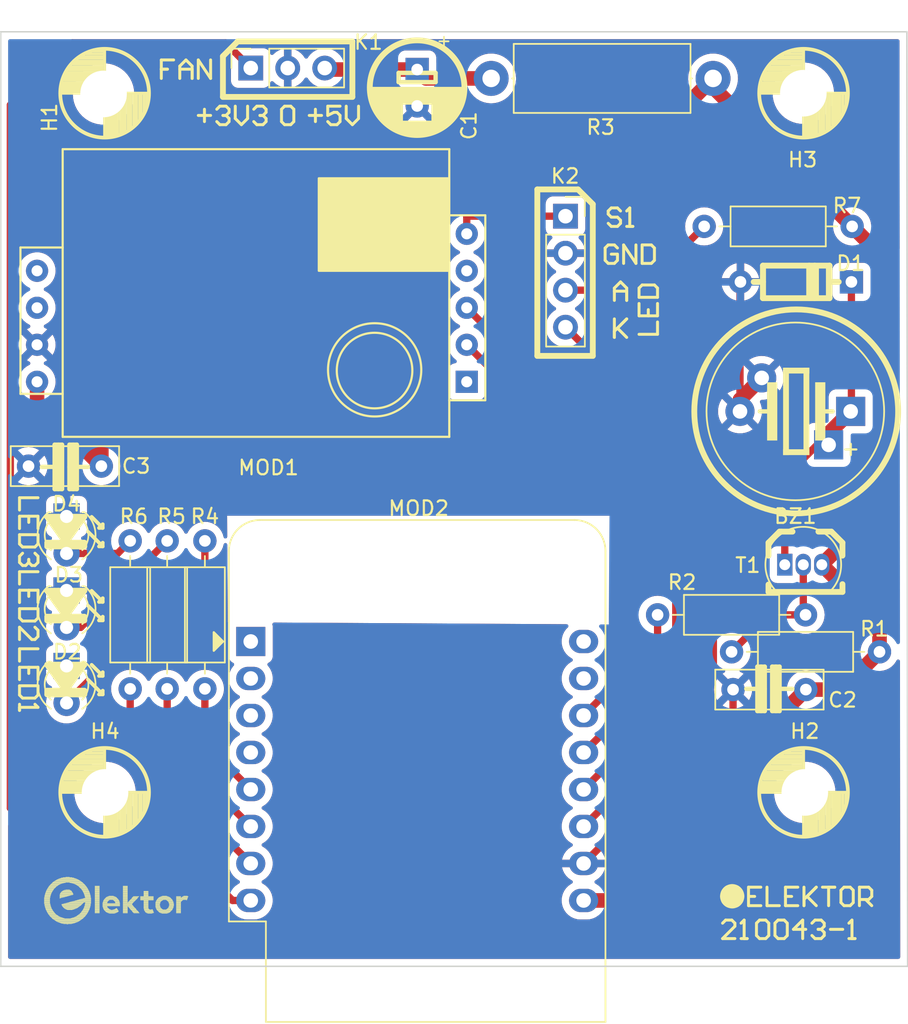
<source format=kicad_pcb>
(kicad_pcb (version 20211014) (generator pcbnew)
  (title_block (comment 4 "AISLER Project ID: GOOGJQGG"))
  (layers (0 "F.Cu" signal) (31 "B.Cu" signal) (34 "B.Paste" user) (35 "F.Paste" user) (36 "B.SilkS" user "B.Silkscreen") (37 "F.SilkS" user "F.Silkscreen") (38 "B.Mask" user) (39 "F.Mask" user) (44 "Edge.Cuts" user))
  (net 0 "")
  (net 1 "Net-(BZ1-Pad1)")
  (net 2 "GND")
  (net 3 "Net-(C1-Pad1)")
  (net 4 "+5V")
  (net 5 "Net-(D2-Pad2)")
  (net 6 "Net-(D3-Pad2)")
  (net 7 "Net-(D4-Pad2)")
  (net 8 "+3V3")
  (net 9 "HD")
  (net 10 "LED_C")
  (net 11 "Net-(R1-Pad2)")
  (net 12 "BUZZER")
  (net 13 "LED_R")
  (net 14 "LED_Y")
  (net 15 "LED_G")
  (net 16 "Net-(K2-Pad3)")
  (net 18 "Sensor_TX")
  (net 19 "Sensor_RX")
  (footprint "Resistor_THT:R_Axial_DIN0207_L6.3mm_D2.5mm_P10.16mm_Horizontal" (layer "F.Cu") (at 153.924 115.5192 180)
    (fp_text reference "R1")
    (fp_text value "1k5/0.25W")
  )
  (footprint "MountingHole:MountingHole_3.2mm_M3" (layer "F.Cu") (at 100.7364 125.1712)
    (fp_text reference "H4")
    (fp_text value "MountingHole")
  )
  (footprint "MountingHole:MountingHole_3.2mm_M3" (layer "F.Cu") (at 148.6916 77.1652)
    (fp_text reference "H3")
    (fp_text value "MountingHole")
  )
  (footprint "mh-z19b:Winsen_MH-Z19B" (layer "F.Cu") (at 125.5776 83.0072)
    (fp_text reference "MOD1")
    (fp_text value "MH-Z19B")
  )
  (footprint "LED_THT:LED_D3.0mm" (layer "F.Cu") (at 98.0948 116.4844 -90)
    (fp_text reference "D2")
    (fp_text value "LED")
  )
  (footprint "Beeper_Custom:Buzzer_12x9.5RM7.6" (layer "F.Cu") (at 151.9428 99.0092 180)
    (fp_text reference "BZ1")
    (fp_text value "Buzzer")
  )
  (footprint "Resistor_THT:R_Axial_DIN0207_L6.3mm_D2.5mm_P10.16mm_Horizontal" (layer "F.Cu") (at 105.0036 107.8992 -90)
    (fp_text reference "R5")
    (fp_text value "330/0.25W")
  )
  (footprint "Capacitor_THT:C_Rect_L7.2mm_W2.5mm_P5.00mm_FKS2_FKP2_MKS2_MKP2" (layer "F.Cu") (at 100.4824 102.7684 180)
    (fp_text reference "C3")
    (fp_text value "100nF/10V")
  )
  (footprint "Module:WEMOS_D1_mini_light" (layer "F.Cu") (at 110.744 114.808)
    (fp_text reference "MOD2")
    (fp_text value "WeMos_D1_mini")
  )
  (footprint "MountingHole:MountingHole_3.2mm_M3" (layer "F.Cu") (at 148.7932 125.1712)
    (fp_text reference "H2")
    (fp_text value "MountingHole")
  )
  (footprint "LED_THT:LED_D3.0mm" (layer "F.Cu") (at 98.0948 111.3028 -90)
    (fp_text reference "D3")
    (fp_text value "LED")
  )
  (footprint "Diode_THT:D_DO-35_SOD27_P7.62mm_Horizontal" (layer "F.Cu") (at 151.9936 90.1192 180)
    (fp_text reference "D1")
    (fp_text value "BAT85")
  )
  (footprint "Package_TO_SOT_THT:TO-92_Inline" (layer "F.Cu") (at 147.41914 109.53567)
    (fp_text reference "T1")
    (fp_text value "BC327")
  )
  (footprint "Capacitor_THT:CP_Radial_D6.3mm_P2.50mm" (layer "F.Cu") (at 122.174 75.5396 -90)
    (fp_text reference "C1")
    (fp_text value "100uF/50V")
  )
  (footprint "Resistor_THT:R_Axial_DIN0414_L11.9mm_D4.5mm_P15.24mm_Horizontal" (layer "F.Cu") (at 127.254 76.1492)
    (fp_text reference "R3")
    (fp_text value "0/0.25W")
  )
  (footprint "MountingHole:MountingHole_3.2mm_M3" (layer "F.Cu") (at 100.6348 77.216)
    (fp_text reference "H1")
    (fp_text value "MountingHole")
  )
  (footprint "Connector_PinSocket_2.54mm:PinSocket_1x04_P2.54mm_Vertical" (layer "F.Cu") (at 132.359 85.608)
    (fp_text reference "K2")
    (fp_text value "Conn_01x04")
  )
  (footprint "Connector_PinSocket_2.54mm:PinSocket_1x03_P2.54mm_Vertical" (layer "F.Cu") (at 110.744 75.438 90)
    (fp_text reference "K1")
    (fp_text value "Conn_01x03")
  )
  (footprint "Resistor_THT:R_Axial_DIN0207_L6.3mm_D2.5mm_P10.16mm_Horizontal" (layer "F.Cu") (at 148.844 112.9792 180)
    (fp_text reference "R2")
    (fp_text value "4k7/0.25W")
  )
  (footprint "Resistor_THT:R_Axial_DIN0207_L6.3mm_D2.5mm_P10.16mm_Horizontal" (layer "F.Cu") (at 107.5944 107.8992 -90)
    (fp_text reference "R4")
    (fp_text value "330/0.25W")
  )
  (footprint "Resistor_THT:R_Axial_DIN0207_L6.3mm_D2.5mm_P10.16mm_Horizontal" (layer "F.Cu") (at 152.0444 86.3092 180)
    (fp_text reference "R7")
    (fp_text value "0/0.25W")
  )
  (footprint "Resistor_THT:R_Axial_DIN0207_L6.3mm_D2.5mm_P10.16mm_Horizontal" (layer "F.Cu") (at 102.4636 107.8992 -90)
    (fp_text reference "R6")
    (fp_text value "330/0.25W")
  )
  (footprint "Capacitor_THT:C_Rect_L7.2mm_W2.5mm_P5.00mm_FKS2_FKP2_MKS2_MKP2" (layer "F.Cu") (at 148.8656 118.11 180)
    (fp_text reference "C2")
    (fp_text value "100nF/10V")
  )
  (footprint "LED_THT:LED_D3.0mm" (layer "F.Cu") (at 98.0948 106.2228 -90)
    (fp_text reference "D4")
    (fp_text value "LED")
  )
  (gr_poly (pts (xy 151.30897 77.1646) (xy 151.00897 77.1646) (xy 151.00897 78.9646) (xy 151.30897 78.9646)) (layer "F.SilkS") (width 0) (fill solid))
  (gr_line (start 106.71717 76.1494) (end 106.71717 75.5146) (layer "F.SilkS") (width 0.2032))
  (gr_line (start 100.62977 133.1472) (end 100.98537 133.1472) (layer "F.SilkS") (width 0.0254))
  (gr_line (start 97.37857 134.0108) (end 98.95337 134.0108) (layer "F.SilkS") (width 0.0254))
  (gr_line (start 145.28297 90.1196) (end 145.91797 90.1196) (layer "F.SilkS") (width 0.4))
  (gr_line (start 100.04557 133.0964) (end 100.35037 133.0964) (layer "F.SilkS") (width 0.0254))
  (gr_line (start 109.25737 78.9012) (end 109.25737 79.1128) (layer "F.SilkS") (width 0.2032))
  (gr_line (start 102.56017 133.2742) (end 102.94117 133.2742) (layer "F.SilkS") (width 0.0254))
  (gr_line (start 102.53477 133.2488) (end 102.91577 133.2488) (layer "F.SilkS") (width 0.0254))
  (gr_line (start 105.63357 132.9186) (end 105.93837 132.9186) (layer "F.SilkS") (width 0.0254))
  (gr_line (start 103.95717 133.198) (end 103.98257 133.198) (layer "F.SilkS") (width 0.0254))
  (gr_poly (pts (xy 103.30897 77.1646) (xy 103.00897 77.1646) (xy 103.00897 78.9646) (xy 103.30897 78.9646)) (layer "F.SilkS") (width 0) (fill solid))
  (gr_line (start 100.04557 132.6646) (end 100.35037 132.6646) (layer "F.SilkS") (width 0.0254))
  (gr_poly (pts (xy 148.70897 74.3646) (xy 147.40897 74.3646) (xy 147.40897 74.5646) (xy 148.70897 74.5646)) (layer "F.SilkS") (width 0) (fill solid))
  (gr_line (start 116.45397 78.478) (end 116.66557 78.478) (layer "F.SilkS") (width 0.2032))
  (gr_line (start 103.16977 132.4106) (end 104.05877 132.4106) (layer "F.SilkS") (width 0.0254))
  (gr_line (start 105.63357 132.563) (end 106.09077 132.563) (layer "F.SilkS") (width 0.0254))
  (gr_line (start 100.04557 133.2996) (end 100.35037 133.2996) (layer "F.SilkS") (width 0.0254))
  (gr_line (start 146.74377 134.9928) (end 146.74377 134.1464) (layer "F.SilkS") (width 0.2032))
  (gr_line (start 105.02397 133.1472) (end 105.37957 133.1472) (layer "F.SilkS") (width 0.0254))
  (gr_line (start 101.97597 133.2996) (end 102.28077 133.2996) (layer "F.SilkS") (width 0.0254))
  (gr_line (start 100.04557 133.2488) (end 100.35037 133.2488) (layer "F.SilkS") (width 0.0254))
  (gr_line (start 104.94777 133.198) (end 105.35417 133.198) (layer "F.SilkS") (width 0.0254))
  (gr_line (start 101.97597 132.5884) (end 102.28077 132.5884) (layer "F.SilkS") (width 0.0254))
  (gr_line (start 95.92217 118.6942) (end 96.13377 118.4826) (layer "F.SilkS") (width 0.2032))
  (gr_line (start 99.20737 131.928) (end 99.61377 131.928) (layer "F.SilkS") (width 0.0254))
  (gr_line (start 103.39837 132.9948) (end 103.70317 132.9948) (layer "F.SilkS") (width 0.0254))
  (gr_line (start 97.66097 77.1646) (end 103.75697 77.1646) (layer "F.SilkS") (width 0.2))
  (gr_line (start 103.39837 131.9788) (end 103.70317 131.9788) (layer "F.SilkS") (width 0.0254))
  (gr_line (start 101.97597 132.309) (end 102.28077 132.309) (layer "F.SilkS") (width 0.0254))
  (gr_line (start 102.58557 132.436) (end 102.96657 132.436) (layer "F.SilkS") (width 0.0254))
  (gr_line (start 153.39127 132.3092) (end 153.17967 132.5208) (layer "F.SilkS") (width 0.2032))
  (gr_line (start 107.56457 78.2664) (end 107.56457 79.1128) (layer "F.SilkS") (width 0.2032))
  (gr_circle (center 148.70897 77.1646) (end 151.75697 77.1646) (layer "F.SilkS") (width 0.254) (fill none))
  (gr_poly (pts (xy 100.70897 76.3646) (xy 97.66097 76.3646) (xy 97.66097 77.1646) (xy 100.70897 77.1646)) (layer "F.SilkS") (width 0) (fill solid))
  (gr_line (start 96.74357 131.8518) (end 97.20077 131.8518) (layer "F.SilkS") (width 0.0254))
  (gr_line (start 103.16977 132.3598) (end 104.05877 132.3598) (layer "F.SilkS") (width 0.0254))
  (gr_poly (pts (xy 151.30897 125.1646) (xy 151.00897 125.1646) (xy 151.00897 126.9646) (xy 151.30897 126.9646)) (layer "F.SilkS") (width 0) (fill solid))
  (gr_line (start 98.03897 118.1866) (end 99.30897 116.4086) (layer "F.SilkS") (width 0.4))
  (gr_line (start 146.95537 135.2044) (end 146.74377 134.9928) (layer "F.SilkS") (width 0.2032))
  (gr_line (start 97.60717 134.1124) (end 98.72477 134.1124) (layer "F.SilkS") (width 0.0254))
  (gr_line (start 100.70597 133.2742) (end 101.64577 133.2742) (layer "F.SilkS") (width 0.0254))
  (gr_line (start 99.33437 132.2074) (end 99.71537 132.2074) (layer "F.SilkS") (width 0.0254))
  (gr_line (start 97.86117 131.0136) (end 98.47077 131.0136) (layer "F.SilkS") (width 0.0254))
  (gr_line (start 111.79657 78.478) (end 111.58497 78.6896) (layer "F.SilkS") (width 0.2032))
  (gr_poly (pts (xy 150.20897 77.1646) (xy 149.70897 77.1646) (xy 149.70897 79.9646) (xy 150.20897 79.9646)) (layer "F.SilkS") (width 0) (fill solid))
  (gr_line (start 98.72477 132.5884) (end 99.76617 132.5884) (layer "F.SilkS") (width 0.0254))
  (gr_line (start 96.94677 131.547) (end 97.50557 131.547) (layer "F.SilkS") (width 0.0254))
  (gr_line (start 99.20737 132.4614) (end 99.76617 132.4614) (layer "F.SilkS") (width 0.0254))
  (gr_line (start 100.04557 133.2234) (end 100.35037 133.2234) (layer "F.SilkS") (width 0.0254))
  (gr_line (start 99.15657 131.8518) (end 99.58837 131.8518) (layer "F.SilkS") (width 0.0254))
  (gr_line (start 130.42397 83.7696) (end 133.21797 83.7696) (layer "F.SilkS") (width 0.4))
  (gr_line (start 98.03897 117.1706) (end 98.54697 116.4086) (layer "F.SilkS") (width 0.4))
  (gr_line (start 105.04937 133.1218) (end 105.40497 133.1218) (layer "F.SilkS") (width 0.0254))
  (gr_line (start 97.78497 132.9186) (end 99.08037 132.9186) (layer "F.SilkS") (width 0.0254))
  (gr_line (start 100.93457 132.309) (end 101.39177 132.309) (layer "F.SilkS") (width 0.0254))
  (gr_line (start 101.97597 132.9694) (end 102.66177 132.9694) (layer "F.SilkS") (width 0.0254))
  (gr_line (start 100.04557 132.4106) (end 100.35037 132.4106) (layer "F.SilkS") (width 0.0254))
  (gr_line (start 135.50417 85.6746) (end 135.92737 85.6746) (layer "F.SilkS") (width 0.2032))
  (gr_line (start 105.15097 132.944) (end 105.45577 132.944) (layer "F.SilkS") (width 0.0254))
  (gr_poly (pts (xy 100.70897 74.8646) (xy 98.50897 74.8646) (xy 98.50897 75.2646) (xy 100.70897 75.2646)) (layer "F.SilkS") (width 0) (fill solid))
  (gr_line (start 101.97597 132.0042) (end 102.28077 132.0042) (layer "F.SilkS") (width 0.0254))
  (gr_line (start 103.39837 132.69) (end 103.70317 132.69) (layer "F.SilkS") (width 0.0254))
  (gr_line (start 103.42377 133.1726) (end 103.72857 133.1726) (layer "F.SilkS") (width 0.0254))
  (gr_line (start 100.04557 133.1726) (end 100.35037 133.1726) (layer "F.SilkS") (width 0.0254))
  (gr_line (start 137.62037 88.8494) (end 138.25517 88.8494) (layer "F.SilkS") (width 0.2032))
  (gr_line (start 151.37897 108.9141) (end 151.37897 108.0266) (layer "F.SilkS") (width 0.4))
  (gr_line (start 145.53697 119.5836) (end 145.53697 116.5356) (layer "F.SilkS") (width 0.3))
  (gr_line (start 97.02297 111.3286) (end 98.03897 112.5986) (layer "F.SilkS") (width 0.4))
  (gr_poly (pts (xy 148.70897 122.1166) (xy 147.90897 122.1166) (xy 147.90897 122.3646) (xy 148.70897 122.3646)) (layer "F.SilkS") (width 0) (fill solid))
  (gr_line (start 104.66837 132.2836) (end 104.97317 132.2836) (layer "F.SilkS") (width 0.0254))
  (gr_line (start 136.13897 90.1198) (end 136.56217 90.543) (layer "F.SilkS") (width 0.2032))
  (gr_line (start 105.63357 132.4106) (end 105.93837 132.4106) (layer "F.SilkS") (width 0.0254))
  (gr_line (start 98.85177 131.5724) (end 99.41057 131.5724) (layer "F.SilkS") (width 0.0254))
  (gr_line (start 96.84517 133.5028) (end 97.32777 133.5028) (layer "F.SilkS") (width 0.0254))
  (gr_line (start 115.18437 78.2664) (end 115.18437 79.1128) (layer "F.SilkS") (width 0.2032))
  (gr_line (start 96.13377 109.3806) (end 95.92217 109.5922) (layer "F.SilkS") (width 0.2032))
  (gr_line (start 99.23277 133.198) (end 99.66457 133.198) (layer "F.SilkS") (width 0.0254))
  (gr_line (start 101.97597 133.1218) (end 102.28077 133.1218) (layer "F.SilkS") (width 0.0254))
  (gr_line (start 103.39837 132.0804) (end 103.70317 132.0804) (layer "F.SilkS") (width 0.0254))
  (gr_line (start 147.18797 107.2646) (end 147.94997 107.2646) (layer "F.SilkS") (width 0.4))
  (gr_line (start 100.04557 133.3504) (end 100.35037 133.3504) (layer "F.SilkS") (width 0.0254))
  (gr_line (start 101.97597 132.436) (end 102.28077 132.436) (layer "F.SilkS") (width 0.0254))
  (gr_line (start 104.26197 132.5884) (end 104.66837 132.5884) (layer "F.SilkS") (width 0.0254))
  (gr_line (start 101.44257 132.69) (end 101.72197 132.69) (layer "F.SilkS") (width 0.0254))
  (gr_line (start 97.53097 106.2486) (end 98.03897 106.5026) (layer "F.SilkS") (width 0.4))
  (gr_line (start 146.74377 134.1464) (end 146.95537 133.9348) (layer "F.SilkS") (width 0.2032))
  (gr_line (start 108.62257 78.0548) (end 109.04577 78.0548) (layer "F.SilkS") (width 0.2032))
  (gr_line (start 111.79657 79.1128) (end 111.58497 79.3244) (layer "F.SilkS") (width 0.2032))
  (gr_line (start 100.04557 132.7408) (end 100.35037 132.7408) (layer "F.SilkS") (width 0.0254))
  (gr_line (start 99.02957 131.7248) (end 99.51217 131.7248) (layer "F.SilkS") (width 0.0254))
  (gr_line (start 100.32497 117.1706) (end 100.57897 117.1706) (layer "F.SilkS") (width 0.25))
  (gr_line (start 109.25737 78.2664) (end 109.25737 78.478) (layer "F.SilkS") (width 0.2032))
  (gr_line (start 98.01357 133.1726) (end 98.67397 133.1726) (layer "F.SilkS") (width 0.0254))
  (gr_line (start 138.25517 88.8494) (end 138.46677 88.6378) (layer "F.SilkS") (width 0.2032))
  (gr_line (start 147.06097 118.0596) (end 147.06097 116.5356) (layer "F.SilkS") (width 0.3))
  (gr_line (start 105.63357 132.5376) (end 106.37017 132.5376) (layer "F.SilkS") (width 0.0254))
  (gr_line (start 109.04577 78.6896) (end 109.25737 78.9012) (layer "F.SilkS") (width 0.2032))
  (gr_line (start 138.67877 92.4478) (end 138.67877 91.6014) (layer "F.SilkS") (width 0.2032))
  (gr_line (start 103.39837 132.7662) (end 103.70317 132.7662) (layer "F.SilkS") (width 0.0254))
  (gr_line (start 100.95997 133.452) (end 101.46797 133.452) (layer "F.SilkS") (width 0.0254))
  (gr_line (start 100.04557 132.0296) (end 100.35037 132.0296) (layer "F.SilkS") (width 0.0254))
  (gr_line (start 105.15097 132.9186) (end 105.45577 132.9186) (layer "F.SilkS") (width 0.0254))
  (gr_line (start 100.57897 132.8678) (end 101.74737 132.8678) (layer "F.SilkS") (width 0.0254))
  (gr_line (start 97.17537 131.3184) (end 99.13117 131.3184) (layer "F.SilkS") (width 0.0254))
  (gr_line (start 105.10017 132.7154) (end 105.43037 132.7154) (layer "F.SilkS") (width 0.0254))
  (gr_line (start 104.60117 75.5146) (end 104.60117 76.1494) (layer "F.SilkS") (width 0.2032))
  (gr_line (start 94.86417 113.8258) (end 95.71057 114.6722) (layer "F.SilkS") (width 0.2032))
  (gr_line (start 135.29257 85.463) (end 135.50417 85.6746) (layer "F.SilkS") (width 0.2032))
  (gr_line (start 150.00567 131.6744) (end 150.85217 131.6744) (layer "F.SilkS") (width 0.2032))
  (gr_line (start 120.89897 75.7686) (end 123.43897 75.7686) (layer "F.SilkS") (width 0.3))
  (gr_line (start 98.29297 104.3436) (end 98.80097 104.3436) (layer "F.SilkS") (width 0.3))
  (gr_line (start 100.04557 131.6232) (end 100.35037 131.6232) (layer "F.SilkS") (width 0.0254))
  (gr_line (start 100.57897 132.7408) (end 100.88377 132.7408) (layer "F.SilkS") (width 0.0254))
  (gr_line (start 96.76897 133.3758) (end 97.22617 133.3758) (layer "F.SilkS") (width 0.0254))
  (gr_line (start 113.70217 78.2664) (end 113.70217 79.1128) (layer "F.SilkS") (width 0.2032))
  (gr_line (start 99.18197 133.2996) (end 99.61377 133.2996) (layer "F.SilkS") (width 0.0254))
  (gr_line (start 152.24537 135.2044) (end 152.03377 135.2044) (layer "F.SilkS") (width 0.2032))
  (gr_line (start 151.48687 132.944) (end 151.91007 132.944) (layer "F.SilkS") (width 0.2032))
  (gr_line (start 137.62077 90.3318) (end 137.40917 90.5434) (layer "F.SilkS") (width 0.2032))
  (gr_line (start 98.31837 131.3692) (end 99.20737 131.3692) (layer "F.SilkS") (width 0.0254))
  (gr_line (start 100.57897 132.9186) (end 101.74737 132.9186) (layer "F.SilkS") (width 0.0254))
  (gr_line (start 97.14997 131.3438) (end 99.18197 131.3438) (layer "F.SilkS") (width 0.0254))
  (gr_line (start 102.35697 133.0456) (end 102.73797 133.0456) (layer "F.SilkS") (width 0.0254))
  (gr_line (start 150.20397 99.0096) (end 150.70397 99.0096) (layer "F.SilkS") (width 0.3))
  (gr_line (start 96.56577 132.5884) (end 96.94677 132.5884) (layer "F.SilkS") (width 0.0254))
  (gr_line (start 108.83397 77.4196) (end 117.72397 77.4196) (layer "F.SilkS") (width 0.4))
  (gr_line (start 96.87057 133.5536) (end 97.37857 133.5536) (layer "F.SilkS") (width 0.0254))
  (gr_line (start 100.32497 108.2806) (end 100.57897 108.2806) (layer "F.SilkS") (width 0.25))
  (gr_line (start 101.97597 131.8772) (end 102.28077 131.8772) (layer "F.SilkS") (width 0.0254))
  (gr_line (start 105.63357 132.4614) (end 106.39557 132.4614) (layer "F.SilkS") (width 0.0254))
  (gr_line (start 102.66177 132.3344) (end 103.04277 132.3344) (layer "F.SilkS") (width 0.0254))
  (gr_line (start 101.97597 132.1058) (end 102.28077 132.1058) (layer "F.SilkS") (width 0.0254))
  (gr_line (start 135.71597 87.5798) (end 135.29277 87.5798) (layer "F.SilkS") (width 0.2032))
  (gr_poly (pts (xy 103.00897 125.1646) (xy 102.60897 125.1646) (xy 102.60897 127.3646) (xy 103.00897 127.3646)) (layer "F.SilkS") (width 0) (fill solid))
  (gr_line (start 96.56577 132.7916) (end 96.94677 132.7916) (layer "F.SilkS") (width 0.0254))
  (gr_line (start 102.45857 133.1726) (end 102.86497 133.1726) (layer "F.SilkS") (width 0.0254))
  (gr_line (start 96.76897 131.801) (end 97.22617 131.801) (layer "F.SilkS") (width 0.0254))
  (gr_line (start 100.80757 133.3758) (end 101.62037 133.3758) (layer "F.SilkS") (width 0.0254))
  (gr_line (start 96.61657 132.9694) (end 96.99757 132.9694) (layer "F.SilkS") (width 0.0254))
  (gr_line (start 104.23657 133.071) (end 104.54137 133.071) (layer "F.SilkS") (width 0.0254))
  (gr_line (start 113.49057 79.3244) (end 113.06737 79.3244) (layer "F.SilkS") (width 0.2032))
  (gr_line (start 111.79657 78.2664) (end 111.79657 78.478) (layer "F.SilkS") (width 0.2032))
  (gr_line (start 116.87717 78.6896) (end 116.87717 79.1128) (layer "F.SilkS") (width 0.2032))
  (gr_line (start 98.29297 104.3436) (end 98.29297 102.8196) (layer "F.SilkS") (width 0.3))
  (gr_line (start 143.14657 135.2044) (end 143.99297 134.358) (layer "F.SilkS") (width 0.2032))
  (gr_poly (pts (xy 149.10397 96.0096) (xy 148.70397 96.0096) (xy 148.70397 102.0096) (xy 149.10397 102.0096)) (layer "F.SilkS") (width 0) (fill solid))
  (gr_line (start 149.91777 133.9348) (end 150.12937 134.1464) (layer "F.SilkS") (width 0.2032))
  (gr_line (start 99.30897 132.182) (end 99.71537 132.182) (layer "F.SilkS") (width 0.0254))
  (gr_line (start 103.39837 132.5884) (end 103.70317 132.5884) (layer "F.SilkS") (width 0.0254))
  (gr_line (start 101.97597 132.4868) (end 102.28077 132.4868) (layer "F.SilkS") (width 0.0254))
  (gr_line (start 100.62977 132.6138) (end 100.95997 132.6138) (layer "F.SilkS") (width 0.0254))
  (gr_line (start 105.63357 132.944) (end 105.93837 132.944) (layer "F.SilkS") (width 0.0254))
  (gr_line (start 100.57897 107.0106) (end 100.57897 106.7566) (layer "F.SilkS") (width 0.25))
  (gr_line (start 100.83297 132.3598) (end 101.49337 132.3598) (layer "F.SilkS") (width 0.0254))
  (gr_line (start 150.48997 90.1196) (end 151.12497 90.1196) (layer "F.SilkS") (width 0.4))
  (gr_line (start 100.04557 132.055) (end 100.35037 132.055) (layer "F.SilkS") (width 0.0254))
  (gr_line (start 96.99757 131.4962) (end 97.60717 131.4962) (layer "F.SilkS") (width 0.0254))
  (gr_poly (pts (xy 148.70897 76.3646) (xy 145.66097 76.3646) (xy 145.66097 77.1646) (xy 148.70897 77.1646)) (layer "F.SilkS") (width 0) (fill solid))
  (gr_line (start 98.49617 133.7822) (end 99.25817 133.7822) (layer "F.SilkS") (width 0.0254))
  (gr_line (start 97.30237 133.96) (end 99.02957 133.96) (layer "F.SilkS") (width 0.0254))
  (gr_line (start 100.57897 117.1706) (end 100.57897 116.9166) (layer "F.SilkS") (width 0.25))
  (gr_line (start 111.79657 78.9012) (end 111.79657 79.1128) (layer "F.SilkS") (width 0.2032))
  (gr_line (start 101.97597 132.6138) (end 102.28077 132.6138) (layer "F.SilkS") (width 0.0254))
  (gr_line (start 145.77377 131.6744) (end 144.92737 131.6744) (layer "F.SilkS") (width 0.2032))
  (gr_line (start 96.59117 132.8424) (end 96.97217 132.8424) (layer "F.SilkS") (width 0.0254))
  (gr_line (start 105.63357 132.8932) (end 105.93837 132.8932) (layer "F.SilkS") (width 0.0254))
  (gr_line (start 108.41097 78.2664) (end 108.62257 78.0548) (layer "F.SilkS") (width 0.2032))
  (gr_line (start 145.91797 91.2372) (end 150.48997 91.2372) (layer "F.SilkS") (width 0.4))
  (gr_line (start 101.97597 131.8264) (end 102.28077 131.8264) (layer "F.SilkS") (width 0.0254))
  (gr_line (start 103.39837 132.8424) (end 103.70317 132.8424) (layer "F.SilkS") (width 0.0254))
  (gr_line (start 120.89897 76.4036) (end 120.89897 75.7686) (layer "F.SilkS") (width 0.3))
  (gr_line (start 96.64197 132.1058) (end 97.04837 132.1058) (layer "F.SilkS") (width 0.0254))
  (gr_line (start 137.40917 92.4478) (end 138.67877 92.4478) (layer "F.SilkS") (width 0.2032))
  (gr_line (start 97.78497 132.8424) (end 99.15657 132.8424) (layer "F.SilkS") (width 0.0254))
  (gr_line (start 100.04557 131.9534) (end 100.35037 131.9534) (layer "F.SilkS") (width 0.0254))
  (gr_line (start 105.63357 132.4868) (end 106.37017 132.4868) (layer "F.SilkS") (width 0.0254))
  (gr_line (start 104.23657 133.0964) (end 104.56677 133.0964) (layer "F.SilkS") (width 0.0254))
  (gr_line (start 99.28357 132.436) (end 99.76617 132.436) (layer "F.SilkS") (width 0.0254))
  (gr_line (start 104.43977 132.3852) (end 105.20177 132.3852) (layer "F.SilkS") (width 0.0254))
  (gr_line (start 146.29897 108.0266) (end 147.06097 107.2646) (layer "F.SilkS") (width 0.4))
  (gr_line (start 97.27697 104.3436) (end 97.78497 104.3436) (layer "F.SilkS") (width 0.3))
  (gr_line (start 111.37337 78.6896) (end 111.58497 78.6896) (layer "F.SilkS") (width 0.2032))
  (gr_line (start 97.65797 132.1312) (end 98.54697 132.1312) (layer "F.SilkS") (width 0.0254))
  (gr_line (start 136.56217 90.7546) (end 135.71577 90.7546) (layer "F.SilkS") (width 0.2032))
  (gr_line (start 105.63357 132.3852) (end 105.93837 132.3852) (layer "F.SilkS") (width 0.0254))
  (gr_line (start 100.04557 133.4012) (end 100.35037 133.4012) (layer "F.SilkS") (width 0.0254))
  (gr_line (start 96.76897 116.4086) (end 99.30897 116.4086) (layer "F.SilkS") (width 0.4))
  (gr_line (start 105.12557 132.7408) (end 105.43037 132.7408) (layer "F.SilkS") (width 0.0254))
  (gr_line (start 103.44917 133.2742) (end 104.03337 133.2742) (layer "F.SilkS") (width 0.0254))
  (gr_line (start 137.40917 91.6014) (end 137.40917 92.4478) (layer "F.SilkS") (width 0.2032))
  (gr_line (start 102.50937 132.5122) (end 102.89037 132.5122) (layer "F.SilkS") (width 0.0254))
  (gr_line (start 100.60437 132.69) (end 100.90917 132.69) (layer "F.SilkS") (width 0.0254))
  (gr_line (start 103.47457 133.325) (end 104.03337 133.325) (layer "F.SilkS") (width 0.0254))
  (gr_line (start 147.46657 132.3092) (end 147.88977 132.3092) (layer "F.SilkS") (width 0.2032))
  (gr_line (start 146.32057 134.9928) (end 146.10897 135.2044) (layer "F.SilkS") (width 0.2032))
  (gr_line (start 150.12937 134.7812) (end 150.12937 134.9928) (layer "F.SilkS") (width 0.2032))
  (gr_line (start 146.55297 119.5836) (end 146.55297 116.5356) (layer "F.SilkS") (width 0.3))
  (gr_line (start 103.39837 132.6646) (end 103.70317 132.6646) (layer "F.SilkS") (width 0.0254))
  (gr_line (start 98.44537 131.3946) (end 99.23277 131.3946) (layer "F.SilkS") (width 0.0254))
  (gr_line (start 136.77377 86.3094) (end 136.77377 85.0398) (layer "F.SilkS") (width 0.2032))
  (gr_line (start 100.04557 132.0804) (end 100.35037 132.0804) (layer "F.SilkS") (width 0.0254))
  (gr_line (start 96.59117 132.8678) (end 96.97217 132.8678) (layer "F.SilkS") (width 0.0254))
  (gr_line (start 130.42397 95.1996) (end 130.42397 83.7696) (layer "F.SilkS") (width 0.4))
  (gr_line (start 104.21117 132.7154) (end 104.54137 132.7154) (layer "F.SilkS") (width 0.0254))
  (gr_line (start 101.97597 132.8424) (end 102.58557 132.8424) (layer "F.SilkS") (width 0.0254))
  (gr_line (start 99.18197 131.9026) (end 99.61377 131.9026) (layer "F.SilkS") (width 0.0254))
  (gr_line (start 102.43317 133.1472) (end 102.83957 133.1472) (layer "F.SilkS") (width 0.0254))
  (gr_line (start 94.86417 115.3086) (end 94.86417 116.155) (layer "F.SilkS") (width 0.2032))
  (gr_line (start 105.12557 132.7916) (end 105.45577 132.7916) (layer "F.SilkS") (width 0.0254))
  (gr_line (start 100.04557 132.4868) (end 100.35037 132.4868) (layer "F.SilkS") (width 0.0254))
  (gr_line (start 101.97597 132.2582) (end 102.28077 132.2582) (layer "F.SilkS") (width 0.0254))
  (gr_line (start 96.76897 118.4406) (end 96.76897 118.1866) (layer "F.SilkS") (width 0.4))
  (gr_line (start 102.40777 133.0964) (end 102.78877 133.0964) (layer "F.SilkS") (width 0.0254))
  (gr_line (start 117.30037 78.9012) (end 117.72357 79.3244) (layer "F.SilkS") (width 0.2032))
  (gr_line (start 101.03617 133.4774) (end 101.39177 133.4774) (layer "F.SilkS") (width 0.0254))
  (gr_line (start 96.97217 133.6806) (end 97.58177 133.6806) (layer "F.SilkS") (width 0.0254))
  (gr_line (start 148.70897 80.2126) (end 148.70897 74.1166) (layer "F.SilkS") (width 0.2))
  (gr_line (start 100.57897 118.4406) (end 100.57897 118.1866) (layer "F.SilkS") (width 0.25))
  (gr_line (start 105.07477 132.6646) (end 105.40497 132.6646) (layer "F.SilkS") (width 0.0254))
  (gr_line (start 104.21117 132.9186) (end 104.49057 132.9186) (layer "F.SilkS") (width 0.0254))
  (gr_line (start 136.35077 88.8494) (end 136.35077 87.5798) (layer "F.SilkS") (width 0.2032))
  (gr_line (start 148.73617 132.944) (end 148.73617 132.5208) (layer "F.SilkS") (width 0.2032))
  (gr_line (start 107.14037 76.1494) (end 107.14037 74.8798) (layer "F.SilkS") (width 0.2032))
  (gr_poly (pts (xy 148.70897 74.1166) (xy 147.90897 74.1166) (xy 147.90897 74.3646) (xy 148.70897 74.3646)) (layer "F.SilkS") (width 0) (fill solid))
  (gr_line (start 101.97597 132.6646) (end 102.28077 132.6646) (layer "F.SilkS") (width 0.0254))
  (gr_line (start 103.39837 132.8932) (end 103.70317 132.8932) (layer "F.SilkS") (width 0.0254))
  (gr_line (start 105.63357 133.2234) (end 105.93837 133.2234) (layer "F.SilkS") (width 0.0254))
  (gr_line (start 146.80697 119.5836) (end 146.80697 116.5356) (layer "F.SilkS") (width 0.3))
  (gr_line (start 105.63357 133.198) (end 105.93837 133.198) (layer "F.SilkS") (width 0.0254))
  (gr_line (start 107.14137 78.6896) (end 107.98777 78.6896) (layer "F.SilkS") (width 0.2032))
  (gr_line (start 135.29277 88.8494) (end 135.71597 88.8494) (layer "F.SilkS") (width 0.2032))
  (gr_line (start 100.32497 112.0906) (end 100.57897 112.0906) (layer "F.SilkS") (width 0.25))
  (gr_line (start 101.97597 132.9186) (end 102.63637 132.9186) (layer "F.SilkS") (width 0.0254))
  (gr_line (start 94.86417 112.5562) (end 94.86417 113.191) (layer "F.SilkS") (width 0.2032))
  (gr_line (start 97.53097 111.3286) (end 98.03897 111.5826) (layer "F.SilkS") (width 0.4))
  (gr_line (start 104.60117 75.5146) (end 105.02437 75.5146) (layer "F.SilkS") (width 0.2032))
  (gr_line (start 97.20077 133.8838) (end 99.13117 133.8838) (layer "F.SilkS") (width 0.0254))
  (gr_line (start 137.40917 93.7174) (end 138.67877 93.7174) (layer "F.SilkS") (width 0.2032))
  (gr_line (start 135.92757 87.7914) (end 135.71597 87.5798) (layer "F.SilkS") (width 0.2032))
  (gr_line (start 101.97597 132.0296) (end 102.28077 132.0296) (layer "F.SilkS") (width 0.0254))
  (gr_line (start 100.62977 133.1726) (end 101.01077 133.1726) (layer "F.SilkS") (width 0.0254))
  (gr_line (start 101.97597 133.0202) (end 102.28077 133.0202) (layer "F.SilkS") (width 0.0254))
  (gr_line (start 105.63357 133.1472) (end 105.93837 133.1472) (layer "F.SilkS") (width 0.0254))
  (gr_line (start 148.73617 131.6744) (end 148.73617 132.944) (layer "F.SilkS") (width 0.2032))
  (gr_line (start 96.81977 131.7248) (end 97.30237 131.7248) (layer "F.SilkS") (width 0.0254))
  (gr_line (start 101.97597 132.4106) (end 102.28077 132.4106) (layer "F.SilkS") (width 0.0254))
  (gr_line (start 94.86417 110.017) (end 94.86417 110.8634) (layer "F.SilkS") (width 0.2032))
  (gr_line (start 98.80097 104.3436) (end 98.80097 101.2956) (layer "F.SilkS") (width 0.3))
  (gr_line (start 99.38517 132.7154) (end 99.76617 132.7154) (layer "F.SilkS") (width 0.0254))
  (gr_line (start 135.71597 88.8494) (end 135.92757 88.6378) (layer "F.SilkS") (width 0.2032))
  (gr_line (start 99.38517 132.7916) (end 99.76617 132.7916) (layer "F.SilkS") (width 0.0254))
  (gr_line (start 100.04557 133.325) (end 100.35037 133.325) (layer "F.SilkS") (width 0.0254))
  (gr_line (start 103.39837 132.2582) (end 103.70317 132.2582) (layer "F.SilkS") (width 0.0254))
  (gr_poly (pts (xy 143.86507 132.7632) (xy 143.90887 132.7548) (xy 143.94837 132.7444) (xy 143.98177 132.7298) (xy 144.00877 132.7173) (xy 144.02967 132.7048) (xy 144.04217 132.6965) (xy 144.04417 132.6944) (xy 144.04627 132.6944) (xy 144.07957 132.6653) (xy 144.10877 132.6299) (xy 144.13167 132.5944) (xy 144.15047 132.5611) (xy 144.16497 132.5299) (xy 144.17547 132.5049) (xy 144.17957 132.4945) (xy 144.18167 132.4882) (xy 144.18377 132.4841) (xy 144.18377 132.482) (xy 144.00877 132.4237) (xy 143.99627 132.4591) (xy 143.98177 132.4903) (xy 143.96717 132.5153) (xy 143.95467 132.534) (xy 143.94217 132.5507) (xy 143.92337 132.5695) (xy 143.90257 132.584) (xy 143.88177 132.5944) (xy 143.86097 132.6007) (xy 143.84217 132.6049) (xy 143.82557 132.609) (xy 143.81297 132.6111) (xy 143.80057 132.6111) (xy 143.76927 132.6069) (xy 143.74017 132.5986) (xy 143.71517 132.5882) (xy 143.69217 132.5736) (xy 143.67557 132.559) (xy 143.66097 132.5486) (xy 143.65267 132.5403) (xy 143.65057 132.5361) (xy 143.62977 132.5049) (xy 143.61517 132.4674) (xy 143.60477 132.4299) (xy 143.59847 132.3903) (xy 143.59437 132.357) (xy 143.59017 132.3278) (xy 143.59017 132.3029) (xy 143.59227 132.2466) (xy 143.60057 132.1987) (xy 143.61097 132.1571) (xy 143.62137 132.1258) (xy 143.63387 132.0987) (xy 143.64227 132.0821) (xy 143.65057 132.0717) (xy 143.65267 132.0675) (xy 143.67767 132.0425) (xy 143.70477 132.0238) (xy 143.73177 132.0113) (xy 143.75677 132.0009) (xy 143.77967 131.9967) (xy 143.79637 131.9946) (xy 143.80887 131.9925) (xy 143.81297 131.9925) (xy 143.83797 131.9946) (xy 143.85887 131.9988) (xy 143.87757 132.005) (xy 143.89637 132.0113) (xy 143.90887 132.0175) (xy 143.91927 132.0238) (xy 143.92547 132.0279) (xy 143.92757 132.03) (xy 143.94427 132.0446) (xy 143.96087 132.0633) (xy 143.97337 132.0821) (xy 143.98587 132.1008) (xy 143.99417 132.1175) (xy 144.00047 132.1321) (xy 144.00467 132.1404) (xy 144.00677 132.1446) (xy 144.18377 132.1029) (xy 144.16297 132.055) (xy 144.13997 132.0133) (xy 144.11707 131.9779) (xy 144.09417 131.9509) (xy 144.07337 131.9279) (xy 144.05667 131.9134) (xy 144.04417 131.9009) (xy 144.04217 131.9009) (xy 144.00677 131.88) (xy 143.96927 131.8634) (xy 143.93177 131.853) (xy 143.89637 131.8446) (xy 143.86717 131.8405) (xy 143.85257 131.8384) (xy 143.84217 131.8363) (xy 143.81927 131.8363) (xy 143.77557 131.8384) (xy 143.73387 131.8446) (xy 143.69637 131.8551) (xy 143.66517 131.8634) (xy 143.63807 131.8738) (xy 143.61727 131.8842) (xy 143.60477 131.8905) (xy 143.60267 131.8925) (xy 143.60057 131.8925) (xy 143.56517 131.9155) (xy 143.53597 131.9405) (xy 143.51097 131.9675) (xy 143.48807 131.9946) (xy 143.47147 132.0196) (xy 143.46107 132.0383) (xy 143.45687 132.0467) (xy 143.45267 132.0529) (xy 143.45057 132.055) (xy 143.45057 132.0571) (xy 143.43397 132.0987) (xy 143.42147 132.1425) (xy 143.41107 132.1862) (xy 143.40477 132.2237) (xy 143.40067 132.2591) (xy 143.40067 132.2737) (xy 143.39857 132.2862) (xy 143.39857 132.3091) (xy 143.40067 132.3487) (xy 143.40267 132.3862) (xy 143.40897 132.4195) (xy 143.41727 132.4528) (xy 143.42567 132.482) (xy 143.43607 132.509) (xy 143.44647 132.5361) (xy 143.45687 132.559) (xy 143.46727 132.5778) (xy 143.47767 132.5965) (xy 143.48807 132.6111) (xy 143.49647 132.6236) (xy 143.50477 132.634) (xy 143.51097 132.6403) (xy 143.51307 132.6444) (xy 143.51517 132.6465) (xy 143.53807 132.6673) (xy 143.56097 132.6861) (xy 143.58597 132.7028) (xy 143.61097 132.7152) (xy 143.63597 132.7277) (xy 143.66307 132.7382) (xy 143.71097 132.7527) (xy 143.75257 132.7611) (xy 143.77137 132.7632) (xy 143.78597 132.7652) (xy 143.79847 132.7673) (xy 143.81717 132.7673)) (layer "F.SilkS") (width 0) (fill solid))
  (gr_line (start 96.89597 131.5978) (end 97.45477 131.5978) (layer "F.SilkS") (width 0.0254))
  (gr_poly (pts (xy 102.60897 125.1646) (xy 102.20897 125.1646) (xy 102.20897 127.6646) (xy 102.60897 127.6646)) (layer "F.SilkS") (width 0) (fill solid))
  (gr_line (start 96.81977 133.4774) (end 97.30237 133.4774) (layer "F.SilkS") (width 0.0254))
  (gr_line (start 104.56677 133.452) (end 105.07477 133.452) (layer "F.SilkS") (width 0.0254))
  (gr_line (start 144.92737 131.6744) (end 144.92737 132.944) (layer "F.SilkS") (width 0.2032))
  (gr_line (start 105.63357 132.9694) (end 105.93837 132.9694) (layer "F.SilkS") (width 0.0254))
  (gr_line (start 96.56577 132.4106) (end 96.94677 132.4106) (layer "F.SilkS") (width 0.0254))
  (gr_line (start 100.04557 133.4266) (end 100.35037 133.4266) (layer "F.SilkS") (width 0.0254))
  (gr_line (start 146.55297 116.5356) (end 147.06097 116.5356) (layer "F.SilkS") (width 0.3))
  (gr_line (start 99.05497 131.7502) (end 99.53757 131.7502) (layer "F.SilkS") (width 0.0254))
  (gr_line (start 103.16977 132.436) (end 104.05877 132.436) (layer "F.SilkS") (width 0.0254))
  (gr_line (start 98.59777 133.7568) (end 99.28357 133.7568) (layer "F.SilkS") (width 0.0254))
  (gr_line (start 101.97597 132.7154) (end 102.28077 132.7154) (layer "F.SilkS") (width 0.0254))
  (gr_line (start 99.35977 132.9186) (end 99.74077 132.9186) (layer "F.SilkS") (width 0.0254))
  (gr_line (start 103.39837 132.6138) (end 103.70317 132.6138) (layer "F.SilkS") (width 0.0254))
  (gr_line (start 100.60437 132.7154) (end 100.88377 132.7154) (layer "F.SilkS") (width 0.0254))
  (gr_line (start 95.07577 118.6942) (end 95.92217 118.6942) (layer "F.SilkS") (width 0.2032))
  (gr_line (start 102.48397 133.198) (end 102.86497 133.198) (layer "F.SilkS") (width 0.0254))
  (gr_line (start 100.04557 131.9788) (end 100.35037 131.9788) (layer "F.SilkS") (width 0.0254))
  (gr_line (start 103.42377 133.2488) (end 104.00797 133.2488) (layer "F.SilkS") (width 0.0254))
  (gr_line (start 96.74357 133.3504) (end 97.20077 133.3504) (layer "F.SilkS") (width 0.0254))
  (gr_line (start 96.97217 131.5216) (end 97.55637 131.5216) (layer "F.SilkS") (width 0.0254))
  (gr_line (start 105.63357 132.7154) (end 105.93837 132.7154) (layer "F.SilkS") (width 0.0254))
  (gr_line (start 99.10577 131.801) (end 99.56297 131.801) (layer "F.SilkS") (width 0.0254))
  (gr_line (start 135.92757 88.6378) (end 135.92757 88.2146) (layer "F.SilkS") (width 0.2032))
  (gr_line (start 144.62777 133.9348) (end 144.41617 134.1464) (layer "F.SilkS") (width 0.2032))
  (gr_line (start 96.71817 131.9026) (end 97.14997 131.9026) (layer "F.SilkS") (width 0.0254))
  (gr_line (start 98.44537 132.6646) (end 99.76617 132.6646) (layer "F.SilkS") (width 0.0254))
  (gr_line (start 102.61097 132.3852) (end 102.99197 132.3852) (layer "F.SilkS") (width 0.0254))
  (gr_line (start 148.64817 133.9348) (end 148.01337 134.5696) (layer "F.SilkS") (width 0.2032))
  (gr_line (start 101.97597 133.0964) (end 102.28077 133.0964) (layer "F.SilkS") (width 0.0254))
  (gr_line (start 96.69277 133.2488) (end 97.12457 133.2488) (layer "F.SilkS") (width 0.0254))
  (gr_line (start 101.97597 132.1566) (end 102.28077 132.1566) (layer "F.SilkS") (width 0.0254))
  (gr_line (start 101.97597 133.2234) (end 102.28077 133.2234) (layer "F.SilkS") (width 0.0254))
  (gr_line (start 96.61657 132.1566) (end 97.02297 132.1566) (layer "F.SilkS") (width 0.0254))
  (gr_line (start 148.94777 132.3092) (end 149.58257 132.944) (layer "F.SilkS") (width 0.2032))
  (gr_line (start 98.92797 133.5536) (end 99.46137 133.5536) (layer "F.SilkS") (width 0.0254))
  (gr_line (start 105.96377 132.4106) (end 106.39557 132.4106) (layer "F.SilkS") (width 0.0254))
  (gr_line (start 101.36637 132.6138) (end 101.69657 132.6138) (layer "F.SilkS") (width 0.0254))
  (gr_line (start 136.98537 86.3094) (end 136.77377 86.3094) (layer "F.SilkS") (width 0.2032))
  (gr_line (start 101.97597 132.182) (end 102.28077 132.182) (layer "F.SilkS") (width 0.0254))
  (gr_line (start 98.92797 132.5376) (end 99.76617 132.5376) (layer "F.SilkS") (width 0.0254))
  (gr_line (start 100.04557 132.5376) (end 100.35037 132.5376) (layer "F.SilkS") (width 0.0254))
  (gr_line (start 97.75957 131.9788) (end 98.44537 131.9788) (layer "F.SilkS") (width 0.0254))
  (gr_line (start 104.38897 133.325) (end 105.25257 133.325) (layer "F.SilkS") (width 0.0254))
  (gr_line (start 99.28357 132.0804) (end 99.68997 132.0804) (layer "F.SilkS") (width 0.0254))
  (gr_line (start 99.00417 132.5122) (end 99.76617 132.5122) (layer "F.SilkS") (width 0.0254))
  (gr_poly (pts (xy 100.70897 74.5646) (xy 98.90897 74.5646) (xy 98.90897 74.8646) (xy 100.70897 74.8646)) (layer "F.SilkS") (width 0) (fill solid))
  (gr_line (start 105.98917 132.3852) (end 106.42097 132.3852) (layer "F.SilkS") (width 0.0254))
  (gr_line (start 100.32497 112.0906) (end 100.57897 111.8366) (layer "F.SilkS") (width 0.25))
  (gr_line (start 97.78497 132.944) (end 99.05497 132.944) (layer "F.SilkS") (width 0.0254))
  (gr_line (start 98.03897 107.0106) (end 98.03897 106.2486) (layer "F.SilkS") (width 0.4))
  (gr_line (start 101.97597 133.1472) (end 102.28077 133.1472) (layer "F.SilkS") (width 0.0254))
  (gr_line (start 100.04557 131.6994) (end 100.35037 131.6994) (layer "F.SilkS") (width 0.0254))
  (gr_line (start 144.77497 118.0596) (end 145.53697 118.0596) (layer "F.SilkS") (width 0.3))
  (gr_line (start 99.38517 132.3852) (end 99.74077 132.3852) (layer "F.SilkS") (width 0.0254))
  (gr_line (start 150.12937 134.358) (end 149.91777 134.5696) (layer "F.SilkS") (width 0.2032))
  (gr_line (start 143.99297 135.2044) (end 143.14657 135.2044) (layer "F.SilkS") (width 0.2032))
  (gr_line (start 95.71057 109.5922) (end 95.49897 109.3806) (layer "F.SilkS") (width 0.2032))
  (gr_line (start 104.99857 133.1726) (end 105.37957 133.1726) (layer "F.SilkS") (width 0.0254))
  (gr_line (start 153.17967 132.5208) (end 152.54487 132.5208) (layer "F.SilkS") (width 0.2032))
  (gr_line (start 150.12937 134.1464) (end 150.12937 134.358) (layer "F.SilkS") (width 0.2032))
  (gr_line (start 99.25817 132.055) (end 99.66457 132.055) (layer "F.SilkS") (width 0.0254))
  (gr_line (start 96.76897 116.4086) (end 98.03897 118.1866) (layer "F.SilkS") (width 0.4))
  (gr_poly (pts (xy 102.60897 77.1646) (xy 102.20897 77.1646) (xy 102.20897 79.6646) (xy 102.60897 79.6646)) (layer "F.SilkS") (width 0) (fill solid))
  (gr_line (start 112.85577 78.2664) (end 113.06737 78.0548) (layer "F.SilkS") (width 0.2032))
  (gr_line (start 100.88377 132.3344) (end 101.44257 132.3344) (layer "F.SilkS") (width 0.0254))
  (gr_line (start 100.04557 132.2074) (end 100.35037 132.2074) (layer "F.SilkS") (width 0.0254))
  (gr_line (start 104.21117 132.8932) (end 104.49057 132.8932) (layer "F.SilkS") (width 0.0254))
  (gr_line (start 147.06097 119.5836) (end 147.06097 118.0596) (layer "F.SilkS") (width 0.3))
  (gr_line (start 96.59117 132.2836) (end 96.97217 132.2836) (layer "F.SilkS") (width 0.0254))
  (gr_poly (pts (xy 103.70897 125.1646) (xy 103.50897 125.1646) (xy 103.50897 126.0646) (xy 103.70897 126.0646)) (layer "F.SilkS") (width 0) (fill solid))
  (gr_line (start 97.78497 104.3436) (end 97.78497 101.2956) (layer "F.SilkS") (width 0.3))
  (gr_line (start 105.87077 76.1494) (end 105.87077 75.303) (layer "F.SilkS") (width 0.2032))
  (gr_line (start 103.16977 132.309) (end 104.05877 132.309) (layer "F.SilkS") (width 0.0254))
  (gr_line (start 147.37857 135.2044) (end 146.95537 135.2044) (layer "F.SilkS") (width 0.2032))
  (gr_line (start 135.08117 87.7914) (end 135.08117 88.6378) (layer "F.SilkS") (width 0.2032))
  (gr_line (start 100.04557 131.6486) (end 100.35037 131.6486) (layer "F.SilkS") (width 0.0254))
  (gr_line (start 96.13377 104.937) (end 94.86417 104.937) (layer "F.SilkS") (width 0.2032))
  (gr_line (start 107.14037 74.8798) (end 107.98677 76.1494) (layer "F.SilkS") (width 0.2032))
  (gr_line (start 111.58497 78.0548) (end 111.79657 78.2664) (layer "F.SilkS") (width 0.2032))
  (gr_line (start 149.49457 135.2044) (end 149.28297 134.9928) (layer "F.SilkS") (width 0.2032))
  (gr_line (start 101.97597 132.817) (end 102.61097 132.817) (layer "F.SilkS") (width 0.0254))
  (gr_line (start 98.92797 131.6232) (end 99.43597 131.6232) (layer "F.SilkS") (width 0.0254))
  (gr_line (start 151.48687 131.6744) (end 151.27527 131.886) (layer "F.SilkS") (width 0.2032))
  (gr_line (start 99.35977 132.8424) (end 99.74077 132.8424) (layer "F.SilkS") (width 0.0254))
  (gr_line (start 100.04557 132.3598) (end 100.35037 132.3598) (layer "F.SilkS") (width 0.0254))
  (gr_line (start 135.71577 93.9294) (end 135.71577 93.5062) (layer "F.SilkS") (width 0.2032))
  (gr_line (start 105.63357 133.0964) (end 105.93837 133.0964) (layer "F.SilkS") (width 0.0254))
  (gr_line (start 103.16977 132.4614) (end 104.05877 132.4614) (layer "F.SilkS") (width 0.0254))
  (gr_line (start 99.35977 132.2836) (end 99.74077 132.2836) (layer "F.SilkS") (width 0.0254))
  (gr_line (start 96.13377 112.5562) (end 94.86417 112.5562) (layer "F.SilkS") (width 0.2032))
  (gr_line (start 135.50417 86.3094) (end 135.29257 86.0978) (layer "F.SilkS") (width 0.2032))
  (gr_line (start 103.16977 132.4868) (end 104.05877 132.4868) (layer "F.SilkS") (width 0.0254))
  (gr_line (start 133.21797 83.7696) (end 134.23397 84.7856) (layer "F.SilkS") (width 0.4))
  (gr_line (start 104.51597 133.4266) (end 105.12557 133.4266) (layer "F.SilkS") (width 0.0254))
  (gr_line (start 97.07377 131.42) (end 97.78497 131.42) (layer "F.SilkS") (width 0.0254))
  (gr_line (start 99.33437 132.9948) (end 99.71537 132.9948) (layer "F.SilkS") (width 0.0254))
  (gr_line (start 113.06737 79.3244) (end 112.85577 79.1128) (layer "F.SilkS") (width 0.2032))
  (gr_line (start 96.66737 133.1472) (end 97.07377 133.1472) (layer "F.SilkS") (width 0.0254))
  (gr_line (start 95.28737 109.5922) (end 95.07577 109.5922) (layer "F.SilkS") (width 0.2032))
  (gr_line (start 97.27697 111.3286) (end 98.03897 112.0906) (layer "F.SilkS") (width 0.4))
  (gr_line (start 100.04557 132.7916) (end 100.35037 132.7916) (layer "F.SilkS") (width 0.0254))
  (gr_line (start 94.86417 119.5406) (end 94.86417 119.329) (layer "F.SilkS") (width 0.2032))
  (gr_line (start 101.97597 132.7916) (end 102.61097 132.7916) (layer "F.SilkS") (width 0.0254))
  (gr_line (start 102.33157 132.69) (end 102.71257 132.69) (layer "F.SilkS") (width 0.0254))
  (gr_line (start 100.68057 133.2234) (end 101.13777 133.2234) (layer "F.SilkS") (width 0.0254))
  (gr_poly (pts (xy 100.70897 122.1166) (xy 99.90897 122.1166) (xy 99.90897 122.3646) (xy 100.70897 122.3646)) (layer "F.SilkS") (width 0) (fill solid))
  (gr_line (start 99.13117 131.8264) (end 99.56297 131.8264) (layer "F.SilkS") (width 0.0254))
  (gr_line (start 105.63357 133.0456) (end 105.93837 133.0456) (layer "F.SilkS") (width 0.0254))
  (gr_line (start 100.04557 132.436) (end 100.35037 132.436) (layer "F.SilkS") (width 0.0254))
  (gr_line (start 103.16977 132.5376) (end 104.05877 132.5376) (layer "F.SilkS") (width 0.0254))
  (gr_line (start 96.92137 133.6044) (end 97.45477 133.6044) (layer "F.SilkS") (width 0.0254))
  (gr_line (start 96.61657 133.0456) (end 97.02297 133.0456) (layer "F.SilkS") (width 0.0254))
  (gr_line (start 101.97597 132.3598) (end 102.28077 132.3598) (layer "F.SilkS") (width 0.0254))
  (gr_line (start 94.86417 114.6722) (end 94.86417 113.8258) (layer "F.SilkS") (width 0.2032))
  (gr_line (start 101.97597 133.0456) (end 102.28077 133.0456) (layer "F.SilkS") (width 0.0254))
  (gr_line (start 97.27697 106.2486) (end 98.03897 107.0106) (layer "F.SilkS") (width 0.4))
  (gr_line (start 98.64857 132.6138) (end 99.76617 132.6138) (layer "F.SilkS") (width 0.0254))
  (gr_poly (pts (xy 100.70897 124.3646) (xy 97.66097 124.3646) (xy 97.66097 125.1646) (xy 100.70897 125.1646)) (layer "F.SilkS") (width 0) (fill solid))
  (gr_line (start 101.36637 133.198) (end 101.59497 133.198) (layer "F.SilkS") (width 0.0254))
  (gr_line (start 98.82637 132.563) (end 99.76617 132.563) (layer "F.SilkS") (width 0.0254))
  (gr_line (start 105.63357 132.9948) (end 105.93837 132.9948) (layer "F.SilkS") (width 0.0254))
  (gr_line (start 97.12457 131.3692) (end 98.01357 131.3692) (layer "F.SilkS") (width 0.0254))
  (gr_line (start 97.07377 133.7822) (end 97.83577 133.7822) (layer "F.SilkS") (width 0.0254))
  (gr_line (start 98.97877 133.5282) (end 99.48677 133.5282) (layer "F.SilkS") (width 0.0254))
  (gr_line (start 146.29897 108.9141) (end 146.29897 108.0266) (layer "F.SilkS") (width 0.4))
  (gr_line (start 149.47397 91.2372) (end 149.47397 89.002) (layer "F.SilkS") (width 0.4))
  (gr_line (start 95.92217 114.6722) (end 96.13377 114.4606) (layer "F.SilkS") (width 0.2032))
  (gr_line (start 100.57897 132.7662) (end 100.88377 132.7662) (layer "F.SilkS") (width 0.0254))
  (gr_line (start 99.81697 116.4086) (end 100.57897 117.1706) (layer "F.SilkS") (width 0.25))
  (gr_poly (pts (xy 103.70897 77.1646) (xy 103.50897 77.1646) (xy 103.50897 78.0646) (xy 103.70897 78.0646)) (layer "F.SilkS") (width 0) (fill solid))
  (gr_line (start 97.73417 131.039) (end 98.59777 131.039) (layer "F.SilkS") (width 0.0254))
  (gr_line (start 100.04557 132.5122) (end 100.35037 132.5122) (layer "F.SilkS") (width 0.0254))
  (gr_line (start 95.49897 106.2066) (end 95.49897 106.6298) (layer "F.SilkS") (width 0.2032))
  (gr_line (start 149.28297 134.1464) (end 149.49457 133.9348) (layer "F.SilkS") (width 0.2032))
  (gr_line (start 96.71817 133.2742) (end 97.14997 133.2742) (layer "F.SilkS") (width 0.0254))
  (gr_line (start 104.38897 132.436) (end 105.25257 132.436) (layer "F.SilkS") (width 0.0254))
  (gr_line (start 145.66097 77.1646) (end 151.75697 77.1646) (layer "F.SilkS") (width 0.2))
  (gr_line (start 138.46677 87.7914) (end 138.25517 87.5798) (layer "F.SilkS") (width 0.2032))
  (gr_line (start 105.63357 132.8678) (end 105.93837 132.8678) (layer "F.SilkS") (width 0.0254))
  (gr_line (start 105.12557 132.9948) (end 105.43037 132.9948) (layer "F.SilkS") (width 0.0254))
  (gr_line (start 96.59117 132.309) (end 96.97217 132.309) (layer "F.SilkS") (width 0.0254))
  (gr_line (start 101.44257 132.7154) (end 101.72197 132.7154) (layer "F.SilkS") (width 0.0254))
  (gr_line (start 95.92217 108.7458) (end 96.13377 108.9574) (layer "F.SilkS") (width 0.2032))
  (gr_line (start 103.39837 132.7916) (end 103.70317 132.7916) (layer "F.SilkS") (width 0.0254))
  (gr_line (start 105.07477 133.0964) (end 105.40497 133.0964) (layer "F.SilkS") (width 0.0254))
  (gr_line (start 105.63357 132.7408) (end 105.93837 132.7408) (layer "F.SilkS") (width 0.0254))
  (gr_line (start 100.04557 133.452) (end 100.35037 133.452) (layer "F.SilkS") (width 0.0254))
  (gr_line (start 106.14157 132.2836) (end 106.39557 132.2836) (layer "F.SilkS") (width 0.0254))
  (gr_line (start 96.13377 119.329) (end 95.92217 119.1174) (layer "F.SilkS") (width 0.2032))
  (gr_line (start 99.81697 106.2486) (end 100.57897 107.0106) (layer "F.SilkS") (width 0.25))
  (gr_line (start 105.15097 132.8424) (end 105.45577 132.8424) (layer "F.SilkS") (width 0.0254))
  (gr_line (start 100.04557 131.674) (end 100.35037 131.674) (layer "F.SilkS") (width 0.0254))
  (gr_line (start 103.39837 133.1472) (end 103.72857 133.1472) (layer "F.SilkS") (width 0.0254))
  (gr_circle (center 122.16897 76.7846) (end 125.41897 76.7846) (layer "F.SilkS") (width 0.4) (fill none))
  (gr_poly (pts (xy 148.70897 74.5646) (xy 146.90897 74.5646) (xy 146.90897 74.8646) (xy 148.70897 74.8646)) (layer "F.SilkS") (width 0) (fill solid))
  (gr_line (start 104.28737 133.2234) (end 105.35417 133.2234) (layer "F.SilkS") (width 0.0254))
  (gr_line (start 104.21117 132.9948) (end 104.51597 132.9948) (layer "F.SilkS") (width 0.0254))
  (gr_line (start 111.16177 79.3244) (end 110.95017 79.1128) (layer "F.SilkS") (width 0.2032))
  (gr_line (start 149.91777 134.5696) (end 150.12937 134.7812) (layer "F.SilkS") (width 0.2032))
  (gr_line (start 109.84997 73.6096) (end 117.72397 73.6096) (layer "F.SilkS") (width 0.4))
  (gr_poly (pts (xy 148.70897 123.6646) (xy 145.90897 123.6646) (xy 145.90897 124.3646) (xy 148.70897 124.3646)) (layer "F.SilkS") (width 0) (fill solid))
  (gr_line (start 98.39457 133.8076) (end 99.23277 133.8076) (layer "F.SilkS") (width 0.0254))
  (gr_line (start 151.91007 131.6744) (end 151.48687 131.6744) (layer "F.SilkS") (width 0.2032))
  (gr_line (start 143.99297 134.1464) (end 143.78137 133.9348) (layer "F.SilkS") (width 0.2032))
  (gr_line (start 105.44757 74.8798) (end 104.60117 74.8798) (layer "F.SilkS") (width 0.2032))
  (gr_line (start 104.28737 132.563) (end 104.71917 132.563) (layer "F.SilkS") (width 0.0254))
  (gr_line (start 105.63357 133.325) (end 105.93837 133.325) (layer "F.SilkS") (width 0.0254))
  (gr_line (start 137.19717 88.8494) (end 137.19717 87.5798) (layer "F.SilkS") (width 0.2032))
  (gr_line (start 101.97597 133.3504) (end 102.28077 133.3504) (layer "F.SilkS") (width 0.0254))
  (gr_line (start 96.76897 133.4012) (end 97.25157 133.4012) (layer "F.SilkS") (width 0.0254))
  (gr_line (start 96.56577 132.6392) (end 96.94677 132.6392) (layer "F.SilkS") (width 0.0254))
  (gr_line (start 100.04557 133.0202) (end 100.35037 133.0202) (layer "F.SilkS") (width 0.0254))
  (gr_poly (pts (xy 100.70897 75.6646) (xy 97.90897 75.6646) (xy 97.90897 76.3646) (xy 100.70897 76.3646)) (layer "F.SilkS") (width 0) (fill solid))
  (gr_line (start 99.15657 133.325) (end 99.58837 133.325) (layer "F.SilkS") (width 0.0254))
  (gr_line (start 105.63357 132.309) (end 105.93837 132.309) (layer "F.SilkS") (width 0.0254))
  (gr_line (start 99.35977 132.8678) (end 99.74077 132.8678) (layer "F.SilkS") (width 0.0254))
  (gr_line (start 100.73137 132.4614) (end 101.59497 132.4614) (layer "F.SilkS") (width 0.0254))
  (gr_line (start 146.04497 118.0596) (end 146.04497 116.5356) (layer "F.SilkS") (width 0.3))
  (gr_line (start 95.07577 108.3226) (end 95.92217 108.3226) (layer "F.SilkS") (width 0.2032))
  (gr_line (start 138.67877 91.1782) (end 138.67877 90.5434) (layer "F.SilkS") (width 0.2032))
  (gr_line (start 98.54697 132.6392) (end 99.76617 132.6392) (layer "F.SilkS") (width 0.0254))
  (gr_line (start 104.46517 133.4012) (end 105.17637 133.4012) (layer "F.SilkS") (width 0.0254))
  (gr_line (start 103.16977 132.3852) (end 104.05877 132.3852) (layer "F.SilkS") (width 0.0254))
  (gr_line (start 97.63257 132.309) (end 98.11517 132.309) (layer "F.SilkS") (width 0.0254))
  (gr_line (start 96.56577 132.69) (end 96.94677 132.69) (layer "F.SilkS") (width 0.0254))
  (gr_line (start 104.23657 132.6392) (end 104.59217 132.6392) (layer "F.SilkS") (width 0.0254))
  (gr_line (start 99.00417 133.5028) (end 99.48677 133.5028) (layer "F.SilkS") (width 0.0254))
  (gr_line (start 101.97597 132.5122) (end 102.28077 132.5122) (layer "F.SilkS") (width 0.0254))
  (gr_line (start 99.38517 132.7662) (end 99.76617 132.7662) (layer "F.SilkS") (width 0.0254))
  (gr_line (start 101.97597 132.8932) (end 102.61097 132.8932) (layer "F.SilkS") (width 0.0254))
  (gr_line (start 97.12457 133.833) (end 99.20737 133.833) (layer "F.SilkS") (width 0.0254))
  (gr_line (start 104.26197 133.1726) (end 104.64297 133.1726) (layer "F.SilkS") (width 0.0254))
  (gr_line (start 99.25817 132.0296) (end 99.66457 132.0296) (layer "F.SilkS") (width 0.0254))
  (gr_line (start 99.18197 133.2742) (end 99.61377 133.2742) (layer "F.SilkS") (width 0.0254))
  (gr_line (start 97.88657 132.817) (end 99.18197 132.817) (layer "F.SilkS") (width 0.0254))
  (gr_line (start 111.58497 78.6896) (end 111.37337 78.6896) (layer "F.SilkS") (width 0.2032))
  (gr_line (start 100.04557 132.2836) (end 100.35037 132.2836) (layer "F.SilkS") (width 0.0254))
  (gr_line (start 99.33437 132.9694) (end 99.71537 132.9694) (layer "F.SilkS") (width 0.0254))
  (gr_line (start 97.32777 131.2168) (end 99.00417 131.2168) (layer "F.SilkS") (width 0.0254))
  (gr_line (start 97.63257 132.3344) (end 98.01357 132.3344) (layer "F.SilkS") (width 0.0254))
  (gr_line (start 97.58177 131.0898) (end 98.75017 131.0898) (layer "F.SilkS") (width 0.0254))
  (gr_poly (pts (xy 151.50897 125.1646) (xy 151.30897 125.1646) (xy 151.30897 126.5646) (xy 151.50897 126.5646)) (layer "F.SilkS") (width 0) (fill solid))
  (gr_line (start 101.97597 133.071) (end 102.28077 133.071) (layer "F.SilkS") (width 0.0254))
  (gr_line (start 98.90257 133.579) (end 99.43597 133.579) (layer "F.SilkS") (width 0.0254))
  (gr_line (start 98.80097 133.6552) (end 99.38517 133.6552) (layer "F.SilkS") (width 0.0254))
  (gr_line (start 105.63357 132.7662) (end 105.93837 132.7662) (layer "F.SilkS") (width 0.0254))
  (gr_line (start 100.04557 132.944) (end 100.35037 132.944) (layer "F.SilkS") (width 0.0254))
  (gr_line (start 116.66557 79.3244) (end 116.24237 79.3244) (layer "F.SilkS") (width 0.2032))
  (gr_line (start 96.61657 133.0202) (end 97.02297 133.0202) (layer "F.SilkS") (width 0.0254))
  (gr_line (start 96.61657 132.2328) (end 96.99757 132.2328) (layer "F.SilkS") (width 0.0254))
  (gr_line (start 98.03897 107.5186) (end 99.05497 106.2486) (layer "F.SilkS") (width 0.4))
  (gr_line (start 101.97597 132.4614) (end 102.28077 132.4614) (layer "F.SilkS") (width 0.0254))
  (gr_line (start 100.04557 133.1218) (end 100.35037 133.1218) (layer "F.SilkS") (width 0.0254))
  (gr_poly (pts (xy 100.70897 123.6646) (xy 97.90897 123.6646) (xy 97.90897 124.3646) (xy 100.70897 124.3646)) (layer "F.SilkS") (width 0) (fill solid))
  (gr_line (start 97.27697 102.8196) (end 97.27697 101.2956) (layer "F.SilkS") (width 0.3))
  (gr_line (start 100.04557 131.7756) (end 100.35037 131.7756) (layer "F.SilkS") (width 0.0254))
  (gr_line (start 145.91797 89.002) (end 150.48997 89.002) (layer "F.SilkS") (width 0.4))
  (gr_line (start 101.97597 133.2742) (end 102.28077 133.2742) (layer "F.SilkS") (width 0.0254))
  (gr_line (start 100.70897 128.2126) (end 100.70897 122.1166) (layer "F.SilkS") (width 0.2))
  (gr_line (start 99.30897 133.0456) (end 99.71537 133.0456) (layer "F.SilkS") (width 0.0254))
  (gr_line (start 98.54697 131.42) (end 99.25817 131.42) (layer "F.SilkS") (width 0.0254))
  (gr_line (start 100.04557 132.0042) (end 100.35037 132.0042) (layer "F.SilkS") (width 0.0254))
  (gr_line (start 103.39837 132.7154) (end 103.70317 132.7154) (layer "F.SilkS") (width 0.0254))
  (gr_line (start 149.91777 135.2044) (end 149.49457 135.2044) (layer "F.SilkS") (width 0.2032))
  (gr_line (start 100.78217 133.3504) (end 101.64577 133.3504) (layer "F.SilkS") (width 0.0254))
  (gr_line (start 99.56297 107.2646) (end 100.57897 108.2806) (layer "F.SilkS") (width 0.25))
  (gr_line (start 100.65517 133.198) (end 101.06157 133.198) (layer "F.SilkS") (width 0.0254))
  (gr_line (start 100.32497 107.0106) (end 100.57897 106.7566) (layer "F.SilkS") (width 0.25))
  (gr_line (start 101.97597 132.6392) (end 102.28077 132.6392) (layer "F.SilkS") (width 0.0254))
  (gr_circle (center 100.70897 77.1646) (end 103.75697 77.1646) (layer "F.SilkS") (width 0.254) (fill none))
  (gr_line (start 100.04557 132.1566) (end 100.35037 132.1566) (layer "F.SilkS") (width 0.0254))
  (gr_line (start 104.59217 132.309) (end 105.04937 132.309) (layer "F.SilkS") (width 0.0254))
  (gr_line (start 103.42377 133.198) (end 103.77937 133.198) (layer "F.SilkS") (width 0.0254))
  (gr_line (start 96.13377 115.3086) (end 94.86417 115.3086) (layer "F.SilkS") (width 0.2032))
  (gr_line (start 101.97597 133.4266) (end 102.28077 133.4266) (layer "F.SilkS") (width 0.0254))
  (gr_line (start 144.83937 135.2044) (end 144.62777 135.2044) (layer "F.SilkS") (width 0.2032))
  (gr_line (start 98.06437 132.7662) (end 99.23277 132.7662) (layer "F.SilkS") (width 0.0254))
  (gr_line (start 97.63257 132.2836) (end 98.21677 132.2836) (layer "F.SilkS") (width 0.0254))
  (gr_line (start 96.66737 132.0042) (end 97.09917 132.0042) (layer "F.SilkS") (width 0.0254))
  (gr_poly (pts (xy 149.10397 96.0096) (xy 147.30397 96.0096) (xy 147.30397 96.4096) (xy 149.10397 96.4096)) (layer "F.SilkS") (width 0) (fill solid))
  (gr_line (start 153.39127 131.886) (end 153.39127 132.3092) (layer "F.SilkS") (width 0.2032))
  (gr_line (start 108.83397 77.4196) (end 108.83397 74.6256) (layer "F.SilkS") (width 0.4))
  (gr_line (start 105.63357 132.69) (end 105.93837 132.69) (layer "F.SilkS") (width 0.0254))
  (gr_line (start 98.06437 133.198) (end 98.59777 133.198) (layer "F.SilkS") (width 0.0254))
  (gr_line (start 100.04557 131.928) (end 100.35037 131.928) (layer "F.SilkS") (width 0.0254))
  (gr_line (start 97.42937 131.166) (end 98.90257 131.166) (layer "F.SilkS") (width 0.0254))
  (gr_line (start 103.60157 133.452) (end 104.03337 133.452) (layer "F.SilkS") (width 0.0254))
  (gr_line (start 99.38517 132.4106) (end 99.76617 132.4106) (layer "F.SilkS") (width 0.0254))
  (gr_line (start 102.68717 132.309) (end 103.06817 132.309) (layer "F.SilkS") (width 0.0254))
  (gr_line (start 120.89897 77.8006) (end 123.43897 77.8006) (layer "F.SilkS") (width 0.3))
  (gr_line (start 100.04557 132.6392) (end 100.35037 132.6392) (layer "F.SilkS") (width 0.0254))
  (gr_line (start 100.04557 133.3758) (end 100.35037 133.3758) (layer "F.SilkS") (width 0.0254))
  (gr_line (start 101.97597 133.2488) (end 102.28077 133.2488) (layer "F.SilkS") (width 0.0254))
  (gr_line (start 96.71817 133.2996) (end 97.14997 133.2996) (layer "F.SilkS") (width 0.0254))
  (gr_line (start 97.96277 132.7916) (end 99.20737 132.7916) (layer "F.SilkS") (width 0.0254))
  (gr_line (start 117.30037 78.0548) (end 117.30037 78.9012) (layer "F.SilkS") (width 0.2032))
  (gr_line (start 101.97597 131.928) (end 102.28077 131.928) (layer "F.SilkS") (width 0.0254))
  (gr_line (start 97.25157 131.2676) (end 99.08037 131.2676) (layer "F.SilkS") (width 0.0254))
  (gr_line (start 105.10017 132.69) (end 105.43037 132.69) (layer "F.SilkS") (width 0.0254))
  (gr_line (start 135.29257 85.2514) (end 135.29257 85.463) (layer "F.SilkS") (width 0.2032))
  (gr_line (start 105.63357 132.8424) (end 105.93837 132.8424) (layer "F.SilkS") (width 0.0254))
  (gr_line (start 97.83577 131.928) (end 98.41997 131.928) (layer "F.SilkS") (width 0.0254))
  (gr_line (start 98.29297 101.2956) (end 98.80097 101.2956) (layer "F.SilkS") (width 0.3))
  (gr_line (start 95.07577 109.5922) (end 94.86417 109.3806) (layer "F.SilkS") (width 0.2032))
  (gr_line (start 96.56577 132.6646) (end 96.94677 132.6646) (layer "F.SilkS") (width 0.0254))
  (gr_line (start 150.48997 91.2372) (end 150.48997 89.002) (layer "F.SilkS") (width 0.4))
  (gr_line (start 104.21117 132.7916) (end 104.51597 132.7916) (layer "F.SilkS") (width 0.0254))
  (gr_line (start 105.63357 133.452) (end 105.93837 133.452) (layer "F.SilkS") (width 0.0254))
  (gr_line (start 97.96277 133.1472) (end 98.72477 133.1472) (layer "F.SilkS") (width 0.0254))
  (gr_line (start 100.04557 132.9186) (end 100.35037 132.9186) (layer "F.SilkS") (width 0.0254))
  (gr_line (start 100.04557 132.3344) (end 100.35037 132.3344) (layer "F.SilkS") (width 0.0254))
  (gr_line (start 97.53097 104.3436) (end 97.53097 101.2956) (layer "F.SilkS") (width 0.3))
  (gr_line (start 149.72797 107.2646) (end 150.61697 107.2646) (layer "F.SilkS") (width 0.4))
  (gr_line (start 135.29277 87.5798) (end 135.08117 87.7914) (layer "F.SilkS") (width 0.2032))
  (gr_line (start 96.89597 131.6232) (end 97.40397 131.6232) (layer "F.SilkS") (width 0.0254))
  (gr_line (start 100.04557 132.563) (end 100.35037 132.563) (layer "F.SilkS") (width 0.0254))
  (gr_line (start 105.63357 133.2742) (end 105.93837 133.2742) (layer "F.SilkS") (width 0.0254))
  (gr_line (start 99.20737 133.2488) (end 99.63917 133.2488) (layer "F.SilkS") (width 0.0254))
  (gr_line (start 123.43897 77.8006) (end 123.43897 77.1656) (layer "F.SilkS") (width 0.3))
  (gr_line (start 96.76897 106.2486) (end 98.03897 108.0266) (layer "F.SilkS") (width 0.4))
  (gr_line (start 105.10017 133.0456) (end 105.43037 133.0456) (layer "F.SilkS") (width 0.0254))
  (gr_line (start 111.16177 78.0548) (end 111.58497 78.0548) (layer "F.SilkS") (width 0.2032))
  (gr_line (start 100.04557 132.8424) (end 100.35037 132.8424) (layer "F.SilkS") (width 0.0254))
  (gr_poly (pts (xy 148.70897 123.2646) (xy 146.20897 123.2646) (xy 146.20897 123.6646) (xy 148.70897 123.6646)) (layer "F.SilkS") (width 0) (fill solid))
  (gr_line (start 100.04557 133.0456) (end 100.35037 133.0456) (layer "F.SilkS") (width 0.0254))
  (gr_line (start 147.06097 118.0596) (end 147.94097 118.0596) (layer "F.SilkS") (width 0.3))
  (gr_line (start 135.92737 86.3094) (end 135.50417 86.3094) (layer "F.SilkS") (width 0.2032))
  (gr_line (start 104.23657 132.69) (end 104.54137 132.69) (layer "F.SilkS") (width 0.0254))
  (gr_line (start 113.49057 78.0548) (end 113.70217 78.2664) (layer "F.SilkS") (width 0.2032))
  (gr_line (start 109.25737 79.1128) (end 109.04577 79.3244) (layer "F.SilkS") (width 0.2032))
  (gr_line (start 99.10577 133.4012) (end 99.56297 133.4012) (layer "F.SilkS") (width 0.0254))
  (gr_line (start 98.64857 133.7314) (end 99.30897 133.7314) (layer "F.SilkS") (width 0.0254))
  (gr_line (start 104.64297 133.4774) (end 104.99857 133.4774) (layer "F.SilkS") (width 0.0254))
  (gr_line (start 105.63357 133.0202) (end 105.93837 133.0202) (layer "F.SilkS") (width 0.0254))
  (gr_line (start 102.61097 133.325) (end 102.99197 133.325) (layer "F.SilkS") (width 0.0254))
  (gr_line (start 101.97597 133.4012) (end 102.28077 133.4012) (layer "F.SilkS") (width 0.0254))
  (gr_line (start 100.62977 132.6392) (end 100.93457 132.6392) (layer "F.SilkS") (width 0.0254))
  (gr_line (start 94.86417 104.937) (end 94.86417 105.7834) (layer "F.SilkS") (width 0.2032))
  (gr_circle (center 148.20397 99.0096) (end 155.20397 99.0096) (layer "F.SilkS") (width 0.4) (fill none))
  (gr_line (start 102.53477 132.4868) (end 102.91577 132.4868) (layer "F.SilkS") (width 0.0254))
  (gr_line (start 99.56297 112.3446) (end 100.57897 113.3606) (layer "F.SilkS") (width 0.25))
  (gr_line (start 98.03897 108.0266) (end 99.30897 106.2486) (layer "F.SilkS") (width 0.4))
  (gr_line (start 96.76897 118.4406) (end 99.30897 118.4406) (layer "F.SilkS") (width 0.4))
  (gr_line (start 118.14677 78.9012) (end 118.14677 78.0548) (layer "F.SilkS") (width 0.2032))
  (gr_line (start 143.35817 133.9348) (end 143.14657 134.1464) (layer "F.SilkS") (width 0.2032))
  (gr_line (start 96.59117 132.2582) (end 96.99757 132.2582) (layer "F.SilkS") (width 0.0254))
  (gr_line (start 96.64197 133.0964) (end 97.04837 133.0964) (layer "F.SilkS") (width 0.0254))
  (gr_line (start 94.86417 106.2066) (end 94.86417 107.053) (layer "F.SilkS") (width 0.2032))
  (gr_line (start 99.81697 111.3286) (end 100.57897 112.0906) (layer "F.SilkS") (width 0.25))
  (gr_line (start 97.22617 131.293) (end 99.10577 131.293) (layer "F.SilkS") (width 0.0254))
  (gr_line (start 103.39837 132.182) (end 103.70317 132.182) (layer "F.SilkS") (width 0.0254))
  (gr_line (start 97.63257 132.2582) (end 98.31837 132.2582) (layer "F.SilkS") (width 0.0254))
  (gr_line (start 99.35977 132.3598) (end 99.74077 132.3598) (layer "F.SilkS") (width 0.0254))
  (gr_line (start 138.46717 90.3318) (end 137.62077 90.3318) (layer "F.SilkS") (width 0.2032))
  (gr_line (start 97.02297 131.4708) (end 97.65797 131.4708) (layer "F.SilkS") (width 0.0254))
  (gr_line (start 105.63357 132.436) (end 106.39557 132.436) (layer "F.SilkS") (width 0.0254))
  (gr_line (start 110.95017 78.2664) (end 111.16177 78.0548) (layer "F.SilkS") (width 0.2032))
  (gr_line (start 120.89897 77.1656) (end 123.43897 77.1656) (layer "F.SilkS") (width 0.3))
  (gr_line (start 101.97597 132.9948) (end 102.28077 132.9948) (layer "F.SilkS") (width 0.0254))
  (gr_line (start 106.09077 132.309) (end 106.44637 132.309) (layer "F.SilkS") (width 0.0254))
  (gr_line (start 98.90257 131.5978) (end 99.41057 131.5978) (layer "F.SilkS") (width 0.0254))
  (gr_line (start 96.13377 118.4826) (end 96.13377 117.8478) (layer "F.SilkS") (width 0.2032))
  (gr_line (start 100.04557 131.801) (end 100.35037 131.801) (layer "F.SilkS") (width 0.0254))
  (gr_line (start 101.97597 132.8678) (end 102.58557 132.8678) (layer "F.SilkS") (width 0.0254))
  (gr_line (start 99.23277 133.2234) (end 99.63917 133.2234) (layer "F.SilkS") (width 0.0254))
  (gr_line (start 99.02957 133.4774) (end 99.51217 133.4774) (layer "F.SilkS") (width 0.0254))
  (gr_line (start 101.97597 132.944) (end 102.66177 132.944) (layer "F.SilkS") (width 0.0254))
  (gr_line (start 99.00417 131.6994) (end 99.48677 131.6994) (layer "F.SilkS") (width 0.0254))
  (gr_line (start 102.48397 132.5376) (end 102.86497 132.5376) (layer "F.SilkS") (width 0.0254))
  (gr_line (start 97.63257 132.4106) (end 97.73417 132.4106) (layer "F.SilkS") (width 0.0254))
  (gr_line (start 100.60437 133.071) (end 100.90917 133.071) (layer "F.SilkS") (width 0.0254))
  (gr_line (start 145.47417 134.9928) (end 145.47417 134.1464) (layer "F.SilkS") (width 0.2032))
  (gr_line (start 148.64817 135.2044) (end 148.64817 133.9348) (layer "F.SilkS") (width 0.2032))
  (gr_line (start 102.33157 132.7154) (end 102.68717 132.7154) (layer "F.SilkS") (width 0.0254))
  (gr_line (start 105.63357 132.5122) (end 106.37017 132.5122) (layer "F.SilkS") (width 0.0254))
  (gr_line (start 100.04557 131.8772) (end 100.35037 131.8772) (layer "F.SilkS") (width 0.0254))
  (gr_poly (pts (xy 103.30897 125.1646) (xy 103.00897 125.1646) (xy 103.00897 126.9646) (xy 103.30897 126.9646)) (layer "F.SilkS") (width 0) (fill solid))
  (gr_line (start 96.59117 132.3598) (end 96.97217 132.3598) (layer "F.SilkS") (width 0.0254))
  (gr_line (start 148.70897 128.2126) (end 148.70897 122.1166) (layer "F.SilkS") (width 0.2))
  (gr_line (start 99.30897 132.1312) (end 99.68997 132.1312) (layer "F.SilkS") (width 0.0254))
  (gr_line (start 99.23277 131.9788) (end 99.63917 131.9788) (layer "F.SilkS") (width 0.0254))
  (gr_poly (pts (xy 103.50897 125.1646) (xy 103.30897 125.1646) (xy 103.30897 126.5646) (xy 103.50897 126.5646)) (layer "F.SilkS") (width 0) (fill solid))
  (gr_line (start 97.70877 132.0296) (end 98.49617 132.0296) (layer "F.SilkS") (width 0.0254))
  (gr_line (start 100.57897 132.9948) (end 100.88377 132.9948) (layer "F.SilkS") (width 0.0254))
  (gr_line (start 145.47417 134.1464) (end 145.68577 133.9348) (layer "F.SilkS") (width 0.2032))
  (gr_line (start 150.85217 131.6744) (end 150.42887 131.6744) (layer "F.SilkS") (width 0.2032))
  (gr_line (start 101.97597 133.452) (end 102.28077 133.452) (layer "F.SilkS") (width 0.0254))
  (gr_line (start 110.10377 79.3244) (end 110.52697 78.9012) (layer "F.SilkS") (width 0.2032))
  (gr_line (start 144.41617 135.2044) (end 144.83937 135.2044) (layer "F.SilkS") (width 0.2032))
  (gr_line (start 104.41437 132.4106) (end 105.22717 132.4106) (layer "F.SilkS") (width 0.0254))
  (gr_line (start 96.13377 116.5782) (end 94.86417 116.5782) (layer "F.SilkS") (width 0.2032))
  (gr_line (start 98.14057 133.2234) (end 98.49617 133.2234) (layer "F.SilkS") (width 0.0254))
  (gr_line (start 105.04937 132.6392) (end 105.40497 132.6392) (layer "F.SilkS") (width 0.0254))
  (gr_line (start 97.75957 134.1632) (end 98.54697 134.1632) (layer "F.SilkS") (width 0.0254))
  (gr_line (start 96.79437 131.7502) (end 97.27697 131.7502) (layer "F.SilkS") (width 0.0254))
  (gr_line (start 116.66557 78.478) (end 116.87717 78.6896) (layer "F.SilkS") (width 0.2032))
  (gr_line (start 105.63357 133.3758) (end 105.93837 133.3758) (layer "F.SilkS") (width 0.0254))
  (gr_poly (pts (xy 151.00897 125.1646) (xy 150.60897 125.1646) (xy 150.60897 127.3646) (xy 151.00897 127.3646)) (layer "F.SilkS") (width 0) (fill solid))
  (gr_line (start 97.81037 131.9534) (end 98.44537 131.9534) (layer "F.SilkS") (width 0.0254))
  (gr_line (start 97.42937 134.0362) (end 98.90257 134.0362) (layer "F.SilkS") (width 0.0254))
  (gr_line (start 96.13377 108.9574) (end 96.13377 109.3806) (layer "F.SilkS") (width 0.2032))
  (gr_line (start 100.62977 133.1218) (end 100.95997 133.1218) (layer "F.SilkS") (width 0.0254))
  (gr_line (start 96.76897 116.4086) (end 99.30897 116.4086) (layer "F.SilkS") (width 0.4))
  (gr_line (start 102.43317 133.1218) (end 102.81417 133.1218) (layer "F.SilkS") (width 0.0254))
  (gr_line (start 98.95337 131.6486) (end 99.46137 131.6486) (layer "F.SilkS") (width 0.0254))
  (gr_line (start 97.65797 132.1566) (end 98.54697 132.1566) (layer "F.SilkS") (width 0.0254))
  (gr_line (start 100.04557 132.6138) (end 100.35037 132.6138) (layer "F.SilkS") (width 0.0254))
  (gr_line (start 103.44917 133.2996) (end 104.03337 133.2996) (layer "F.SilkS") (width 0.0254))
  (gr_line (start 105.63357 132.3598) (end 105.93837 132.3598) (layer "F.SilkS") (width 0.0254))
  (gr_line (start 95.49897 109.3806) (end 95.28737 109.5922) (layer "F.SilkS") (width 0.2032))
  (gr_line (start 95.92217 109.5922) (end 95.71057 109.5922) (layer "F.SilkS") (width 0.2032))
  (gr_line (start 152.03377 133.9348) (end 151.82217 134.1464) (layer "F.SilkS") (width 0.2032))
  (gr_line (start 99.33437 132.944) (end 99.74077 132.944) (layer "F.SilkS") (width 0.0254))
  (gr_line (start 100.04557 132.2582) (end 100.35037 132.2582) (layer "F.SilkS") (width 0.0254))
  (gr_line (start 101.97597 131.6994) (end 102.28077 131.6994) (layer "F.SilkS") (width 0.0254))
  (gr_line (start 97.63257 132.436) (end 97.65797 132.436) (layer "F.SilkS") (width 0.0254))
  (gr_line (start 99.38517 132.7408) (end 99.76617 132.7408) (layer "F.SilkS") (width 0.0254))
  (gr_line (start 100.70897 80.2126) (end 100.70897 74.1166) (layer "F.SilkS") (width 0.2))
  (gr_line (start 97.63257 132.182) (end 98.54697 132.182) (layer "F.SilkS") (width 0.0254))
  (gr_line (start 103.16977 132.563) (end 104.05877 132.563) (layer "F.SilkS") (width 0.0254))
  (gr_line (start 97.48017 134.0616) (end 98.85177 134.0616) (layer "F.SilkS") (width 0.0254))
  (gr_poly (pts (xy 150.20397 97.0096) (xy 149.50397 97.0096) (xy 149.50397 101.0096) (xy 150.20397 101.0096)) (layer "F.SilkS") (width 0) (fill solid))
  (gr_line (start 96.74357 133.325) (end 97.17537 133.325) (layer "F.SilkS") (width 0.0254))
  (gr_poly (pts (xy 102.20897 77.1646) (xy 101.70897 77.1646) (xy 101.70897 79.9646) (xy 102.20897 79.9646)) (layer "F.SilkS") (width 0) (fill solid))
  (gr_line (start 150.12937 134.9928) (end 149.91777 135.2044) (layer "F.SilkS") (width 0.2032))
  (gr_line (start 95.49897 109.3806) (end 95.49897 109.169) (layer "F.SilkS") (width 0.2032))
  (gr_line (start 103.39837 133.0456) (end 103.70317 133.0456) (layer "F.SilkS") (width 0.0254))
  (gr_line (start 96.69277 131.9788) (end 97.09917 131.9788) (layer "F.SilkS") (width 0.0254))
  (gr_line (start 100.04557 132.5884) (end 100.35037 132.5884) (layer "F.SilkS") (width 0.0254))
  (gr_line (start 98.87717 133.6044) (end 99.41057 133.6044) (layer "F.SilkS") (width 0.0254))
  (gr_line (start 96.13377 107.4762) (end 94.86417 107.4762) (layer "F.SilkS") (width 0.2032))
  (gr_line (start 99.08037 133.4266) (end 99.53757 133.4266) (layer "F.SilkS") (width 0.0254))
  (gr_line (start 103.39837 132.944) (end 103.70317 132.944) (layer "F.SilkS") (width 0.0254))
  (gr_line (start 97.83577 133.0202) (end 98.95337 133.0202) (layer "F.SilkS") (width 0.0254))
  (gr_line (start 96.59117 132.8932) (end 96.97217 132.8932) (layer "F.SilkS") (width 0.0254))
  (gr_line (start 96.56577 132.436) (end 96.94677 132.436) (layer "F.SilkS") (width 0.0254))
  (gr_line (start 100.57897 132.8424) (end 101.74737 132.8424) (layer "F.SilkS") (width 0.0254))
  (gr_line (start 113.70217 79.1128) (end 113.49057 79.3244) (layer "F.SilkS") (width 0.2032))
  (gr_line (start 147.46657 132.944) (end 148.31297 132.944) (layer "F.SilkS") (width 0.2032))
  (gr_line (start 94.86417 119.1174) (end 94.86417 119.5406) (layer "F.SilkS") (width 0.2032))
  (gr_line (start 103.39837 131.9534) (end 103.70317 131.9534) (layer "F.SilkS") (width 0.0254))
  (gr_line (start 120.89897 77.5466) (end 123.43897 77.5466) (layer "F.SilkS") (width 0.3))
  (gr_line (start 97.09917 131.3946) (end 97.88657 131.3946) (layer "F.SilkS") (width 0.0254))
  (gr_line (start 149.09297 91.2372) (end 149.09297 89.002) (layer "F.SilkS") (width 0.4))
  (gr_line (start 95.49897 109.169) (end 95.49897 109.3806) (layer "F.SilkS") (width 0.2032))
  (gr_line (start 96.56577 132.5122) (end 96.94677 132.5122) (layer "F.SilkS") (width 0.0254))
  (gr_line (start 97.68337 132.0804) (end 98.52157 132.0804) (layer "F.SilkS") (width 0.0254))
  (gr_poly (pts (xy 143.84847 133.1339) (xy 143.88797 133.1318) (xy 143.96507 133.1193) (xy 144.03377 133.1006) (xy 144.06717 133.0901) (xy 144.09627 133.0797) (xy 144.12547 133.0714) (xy 144.17127 133.0506) (xy 144.18997 133.0423) (xy 144.20457 133.036) (xy 144.21497 133.0298) (xy 144.22127 133.0277) (xy 144.22337 133.0256) (xy 144.25877 133.0048) (xy 144.29417 132.9798) (xy 144.32537 132.9569) (xy 144.35457 132.9298) (xy 144.38167 132.9048) (xy 144.40867 132.8798) (xy 144.43157 132.8548) (xy 144.45247 132.8298) (xy 144.47117 132.8069) (xy 144.48577 132.7861) (xy 144.50037 132.7673) (xy 144.51077 132.7507) (xy 144.52117 132.7361) (xy 144.52747 132.7257) (xy 144.52947 132.7194) (xy 144.53157 132.7173) (xy 144.55247 132.6798) (xy 144.56907 132.6424) (xy 144.58367 132.6049) (xy 144.59617 132.5674) (xy 144.61697 132.4965) (xy 144.62327 132.4632) (xy 144.62947 132.432) (xy 144.63577 132.4049) (xy 144.63777 132.3778) (xy 144.63987 132.3549) (xy 144.64197 132.3362) (xy 144.64407 132.3195) (xy 144.64407 132.2987) (xy 144.64197 132.257) (xy 144.63987 132.2175) (xy 144.62527 132.1404) (xy 144.60867 132.0696) (xy 144.59827 132.0383) (xy 144.58787 132.0071) (xy 144.57537 131.98) (xy 144.56487 131.955) (xy 144.55657 131.9321) (xy 144.54827 131.9155) (xy 144.53987 131.9009) (xy 144.53367 131.8884) (xy 144.53157 131.8821) (xy 144.52947 131.88) (xy 144.50657 131.8425) (xy 144.48367 131.8092) (xy 144.45867 131.7759) (xy 144.43367 131.7467) (xy 144.40867 131.7176) (xy 144.38167 131.6926) (xy 144.35667 131.6697) (xy 144.33167 131.6488) (xy 144.30877 131.6301) (xy 144.28787 131.6155) (xy 144.26917 131.6009) (xy 144.25247 131.5905) (xy 144.23787 131.5801) (xy 144.22747 131.5739) (xy 144.22127 131.5718) (xy 144.21917 131.5697) (xy 144.18167 131.551) (xy 144.14417 131.5343) (xy 144.10667 131.5197) (xy 144.07127 131.5072) (xy 144.00257 131.4885) (xy 143.96927 131.4801) (xy 143.93797 131.4739) (xy 143.91087 131.4697) (xy 143.88597 131.4676) (xy 143.86297 131.4656) (xy 143.84427 131.4635) (xy 143.82757 131.4614) (xy 143.80677 131.4614) (xy 143.76717 131.4635) (xy 143.72767 131.4656) (xy 143.65267 131.4781) (xy 143.58187 131.4947) (xy 143.55057 131.5051) (xy 143.51937 131.5156) (xy 143.49227 131.526) (xy 143.46937 131.5364) (xy 143.44647 131.5447) (xy 143.42767 131.5531) (xy 143.41307 131.5593) (xy 143.40267 131.5655) (xy 143.39647 131.5676) (xy 143.39437 131.5697) (xy 143.35897 131.5905) (xy 143.32357 131.6135) (xy 143.29227 131.6384) (xy 143.26317 131.6634) (xy 143.23397 131.6905) (xy 143.20897 131.7155) (xy 143.18607 131.7405) (xy 143.16527 131.7655) (xy 143.14657 131.7884) (xy 143.12987 131.8113) (xy 143.11527 131.8301) (xy 143.10487 131.8467) (xy 143.09657 131.8613) (xy 143.09027 131.8717) (xy 143.08607 131.878) (xy 143.08407 131.88) (xy 143.06527 131.9175) (xy 143.04657 131.955) (xy 143.03197 131.9925) (xy 143.01947 132.03) (xy 142.99867 132.1008) (xy 142.99237 132.1341) (xy 142.98617 132.1633) (xy 142.98197 132.1925) (xy 142.97787 132.2195) (xy 142.97577 132.2425) (xy 142.97367 132.2612) (xy 142.97157 132.2779) (xy 142.97157 132.2987) (xy 142.97367 132.3403) (xy 142.97577 132.3799) (xy 142.98827 132.457) (xy 143.00697 132.5278) (xy 143.01737 132.559) (xy 143.02777 132.5903) (xy 143.03617 132.6174) (xy 143.04657 132.6424) (xy 143.05697 132.6632) (xy 143.06527 132.6819) (xy 143.07157 132.6965) (xy 143.07777 132.709) (xy 143.07987 132.7152) (xy 143.08197 132.7173) (xy 143.10277 132.7527) (xy 143.12777 132.7882) (xy 143.15067 132.8194) (xy 143.17777 132.8486) (xy 143.20277 132.8756) (xy 143.22777 132.9027) (xy 143.25277 132.9256) (xy 143.27777 132.9464) (xy 143.30067 132.9631) (xy 143.32147 132.9798) (xy 143.34027 132.9943) (xy 143.35687 133.0048) (xy 143.37147 133.0131) (xy 143.38187 133.0214) (xy 143.38817 133.0235) (xy 143.39017 133.0256) (xy 143.42767 133.0443) (xy 143.50267 133.0777) (xy 143.53807 133.0901) (xy 143.60887 133.1089) (xy 143.64227 133.1172) (xy 143.67347 133.1214) (xy 143.70057 133.1276) (xy 143.72767 133.1297) (xy 143.75057 133.1318) (xy 143.76927 133.1339) (xy 143.78597 133.136) (xy 143.80677 133.136)) (layer "F.SilkS") (width 0) (fill solid))
  (gr_line (start 96.76897 111.3286) (end 98.03897 113.1066) (layer "F.SilkS") (width 0.4))
  (gr_line (start 101.97597 132.5376) (end 102.28077 132.5376) (layer "F.SilkS") (width 0.0254))
  (gr_line (start 98.77557 131.5216) (end 99.35977 131.5216) (layer "F.SilkS") (width 0.0254))
  (gr_line (start 101.97597 133.3758) (end 102.28077 133.3758) (layer "F.SilkS") (width 0.0254))
  (gr_line (start 96.76897 111.3286) (end 99.30897 111.3286) (layer "F.SilkS") (width 0.4))
  (gr_line (start 97.63257 132.2328) (end 98.39457 132.2328) (layer "F.SilkS") (width 0.0254))
  (gr_line (start 102.43317 132.5884) (end 102.81417 132.5884) (layer "F.SilkS") (width 0.0254))
  (gr_line (start 99.30897 108.2806) (end 99.30897 108.0266) (layer "F.SilkS") (width 0.4))
  (gr_line (start 99.23277 132.0042) (end 99.66457 132.0042) (layer "F.SilkS") (width 0.0254))
  (gr_line (start 146.32057 134.1464) (end 146.32057 134.9928) (layer "F.SilkS") (width 0.2032))
  (gr_line (start 98.03897 117.1706) (end 98.03897 116.4086) (layer "F.SilkS") (width 0.4))
  (gr_line (start 97.66097 125.1646) (end 103.75697 125.1646) (layer "F.SilkS") (width 0.2))
  (gr_line (start 136.13897 85.2514) (end 135.92737 85.0398) (layer "F.SilkS") (width 0.2032))
  (gr_line (start 151.37897 111.4046) (end 151.37897 110.8714) (layer "F.SilkS") (width 0.4))
  (gr_line (start 100.04557 131.8518) (end 100.35037 131.8518) (layer "F.SilkS") (width 0.0254))
  (gr_line (start 100.32497 107.0106) (end 100.57897 107.0106) (layer "F.SilkS") (width 0.25))
  (gr_line (start 100.04557 132.7154) (end 100.35037 132.7154) (layer "F.SilkS") (width 0.0254))
  (gr_line (start 105.87077 75.303) (end 106.29397 74.8798) (layer "F.SilkS") (width 0.2032))
  (gr_line (start 117.72397 77.4196) (end 117.72397 73.6096) (layer "F.SilkS") (width 0.4))
  (gr_line (start 103.52537 133.4012) (end 104.08417 133.4012) (layer "F.SilkS") (width 0.0254))
  (gr_line (start 146.10897 135.2044) (end 145.68577 135.2044) (layer "F.SilkS") (width 0.2032))
  (gr_poly (pts (xy 100.70897 122.3646) (xy 99.40897 122.3646) (xy 99.40897 122.5646) (xy 100.70897 122.5646)) (layer "F.SilkS") (width 0) (fill solid))
  (gr_line (start 135.92737 85.0398) (end 135.50417 85.0398) (layer "F.SilkS") (width 0.2032))
  (gr_line (start 147.37857 133.9348) (end 147.59017 134.1464) (layer "F.SilkS") (width 0.2032))
  (gr_line (start 103.39837 132.055) (end 103.70317 132.055) (layer "F.SilkS") (width 0.0254))
  (gr_line (start 138.46677 88.6378) (end 138.46677 87.7914) (layer "F.SilkS") (width 0.2032))
  (gr_line (start 97.37857 131.1914) (end 98.95337 131.1914) (layer "F.SilkS") (width 0.0254))
  (gr_line (start 103.39837 132.0296) (end 103.70317 132.0296) (layer "F.SilkS") (width 0.0254))
  (gr_line (start 104.23657 132.6646) (end 104.56677 132.6646) (layer "F.SilkS") (width 0.0254))
  (gr_line (start 98.69937 133.706) (end 99.33437 133.706) (layer "F.SilkS") (width 0.0254))
  (gr_line (start 100.04557 131.9026) (end 100.35037 131.9026) (layer "F.SilkS") (width 0.0254))
  (gr_line (start 96.59117 132.9186) (end 96.99757 132.9186) (layer "F.SilkS") (width 0.0254))
  (gr_line (start 135.50417 85.0398) (end 135.29257 85.2514) (layer "F.SilkS") (width 0.2032))
  (gr_line (start 100.32497 118.4406) (end 100.57897 118.4406) (layer "F.SilkS") (width 0.25))
  (gr_line (start 108.83397 74.6256) (end 109.84997 73.6096) (layer "F.SilkS") (width 0.4))
  (gr_poly (pts (xy 149.70897 77.1646) (xy 148.70897 77.1646) (xy 148.70897 80.1646) (xy 149.70897 80.1646)) (layer "F.SilkS") (width 0) (fill solid))
  (gr_line (start 96.69277 131.9534) (end 97.12457 131.9534) (layer "F.SilkS") (width 0.0254))
  (gr_line (start 144.92737 132.944) (end 145.77377 132.944) (layer "F.SilkS") (width 0.2032))
  (gr_line (start 152.12167 132.7324) (end 152.12167 131.886) (layer "F.SilkS") (width 0.2032))
  (gr_line (start 97.35317 133.9854) (end 98.97877 133.9854) (layer "F.SilkS") (width 0.0254))
  (gr_line (start 99.35977 132.8932) (end 99.74077 132.8932) (layer "F.SilkS") (width 0.0254))
  (gr_line (start 103.39837 132.1566) (end 103.70317 132.1566) (layer "F.SilkS") (width 0.0254))
  (gr_line (start 147.59017 134.9928) (end 147.37857 135.2044) (layer "F.SilkS") (width 0.2032))
  (gr_line (start 97.63257 132.3852) (end 97.83577 132.3852) (layer "F.SilkS") (width 0.0254))
  (gr_line (start 120.89897 77.4196) (end 123.43897 77.4196) (layer "F.SilkS") (width 0.3))
  (gr_line (start 99.05497 133.452) (end 99.53757 133.452) (layer "F.SilkS") (width 0.0254))
  (gr_line (start 152.96807 132.5208) (end 153.39127 132.944) (layer "F.SilkS") (width 0.2032))
  (gr_line (start 145.66097 125.1646) (end 151.75697 125.1646) (layer "F.SilkS") (width 0.2))
  (gr_line (start 105.63357 133.1726) (end 105.93837 133.1726) (layer "F.SilkS") (width 0.0254))
  (gr_line (start 105.63357 132.3344) (end 105.93837 132.3344) (layer "F.SilkS") (width 0.0254))
  (gr_line (start 96.13377 114.4606) (end 96.13377 114.0374) (layer "F.SilkS") (width 0.2032))
  (gr_line (start 96.71817 131.928) (end 97.14997 131.928) (layer "F.SilkS") (width 0.0254))
  (gr_line (start 145.91797 91.2372) (end 145.91797 89.002) (layer "F.SilkS") (width 0.4))
  (gr_line (start 96.39697 102.8196) (end 97.27697 102.8196) (layer "F.SilkS") (width 0.3))
  (gr_line (start 101.01077 132.2836) (end 101.31557 132.2836) (layer "F.SilkS") (width 0.0254))
  (gr_line (start 100.32497 113.3606) (end 100.57897 113.3606) (layer "F.SilkS") (width 0.25))
  (gr_line (start 147.46657 131.6744) (end 147.46657 132.944) (layer "F.SilkS") (width 0.2032))
  (gr_line (start 101.97597 131.6232) (end 102.28077 131.6232) (layer "F.SilkS") (width 0.0254))
  (gr_line (start 102.35697 132.6646) (end 102.73797 132.6646) (layer "F.SilkS") (width 0.0254))
  (gr_line (start 101.46797 133.1472) (end 101.54417 133.1472) (layer "F.SilkS") (width 0.0254))
  (gr_line (start 96.76897 108.0266) (end 99.30897 108.0266) (layer "F.SilkS") (width 0.4))
  (gr_line (start 102.68717 133.4266) (end 103.06817 133.4266) (layer "F.SilkS") (width 0.0254))
  (gr_line (start 99.30897 132.1566) (end 99.71537 132.1566) (layer "F.SilkS") (width 0.0254))
  (gr_line (start 100.04557 132.182) (end 100.35037 132.182) (layer "F.SilkS") (width 0.0254))
  (gr_line (start 101.97597 132.3852) (end 102.28077 132.3852) (layer "F.SilkS") (width 0.0254))
  (gr_line (start 103.39837 132.2328) (end 103.70317 132.2328) (layer "F.SilkS") (width 0.0254))
  (gr_line (start 104.23657 133.1218) (end 104.59217 133.1218) (layer "F.SilkS") (width 0.0254))
  (gr_line (start 96.56577 132.7662) (end 96.94677 132.7662) (layer "F.SilkS") (width 0.0254))
  (gr_line (start 103.39837 132.1058) (end 103.70317 132.1058) (layer "F.SilkS") (width 0.0254))
  (gr_line (start 105.63357 132.6392) (end 105.98917 132.6392) (layer "F.SilkS") (width 0.0254))
  (gr_line (start 120.89897 77.8006) (end 120.89897 77.1656) (layer "F.SilkS") (width 0.3))
  (gr_line (start 97.22617 133.9092) (end 99.10577 133.9092) (layer "F.SilkS") (width 0.0254))
  (gr_line (start 97.27697 116.4086) (end 98.03897 117.1706) (layer "F.SilkS") (width 0.4))
  (gr_line (start 104.21117 132.944) (end 104.51597 132.944) (layer "F.SilkS") (width 0.0254))
  (gr_line (start 98.82637 131.547) (end 99.38517 131.547) (layer "F.SilkS") (width 0.0254))
  (gr_line (start 96.79437 133.452) (end 97.27697 133.452) (layer "F.SilkS") (width 0.0254))
  (gr_line (start 104.60117 74.8798) (end 104.60117 75.5146) (layer "F.SilkS") (width 0.2032))
  (gr_line (start 104.49057 132.3598) (end 105.15097 132.3598) (layer "F.SilkS") (width 0.0254))
  (gr_line (start 99.13117 133.3504) (end 99.58837 133.3504) (layer "F.SilkS") (width 0.0254))
  (gr_line (start 100.32497 117.1706) (end 100.57897 116.9166) (layer "F.SilkS") (width 0.25))
  (gr_line (start 104.31277 132.5122) (end 105.32877 132.5122) (layer "F.SilkS") (width 0.0254))
  (gr_poly (pts (xy 151.70897 125.1646) (xy 151.50897 125.1646) (xy 151.50897 126.0646) (xy 151.70897 126.0646)) (layer "F.SilkS") (width 0) (fill solid))
  (gr_line (start 102.71257 133.452) (end 103.09357 133.452) (layer "F.SilkS") (width 0.0254))
  (gr_line (start 151.27527 131.886) (end 151.27527 132.7324) (layer "F.SilkS") (width 0.2032))
  (gr_poly (pts (xy 151.70897 77.1646) (xy 151.50897 77.1646) (xy 151.50897 78.0646) (xy 151.70897 78.0646)) (layer "F.SilkS") (width 0) (fill solid))
  (gr_line (start 135.71577 91.3894) (end 135.71577 90.543) (layer "F.SilkS") (width 0.2032))
  (gr_line (start 103.39837 133.0202) (end 103.70317 133.0202) (layer "F.SilkS") (width 0.0254))
  (gr_line (start 101.97597 131.9788) (end 102.28077 131.9788) (layer "F.SilkS") (width 0.0254))
  (gr_line (start 101.97597 132.2074) (end 102.28077 132.2074) (layer "F.SilkS") (width 0.0254))
  (gr_line (start 100.04557 133.198) (end 100.35037 133.198) (layer "F.SilkS") (width 0.0254))
  (gr_line (start 102.61097 133.3504) (end 103.01737 133.3504) (layer "F.SilkS") (width 0.0254))
  (gr_line (start 146.19697 132.944) (end 147.04337 132.944) (layer "F.SilkS") (width 0.2032))
  (gr_circle (center 100.70897 125.1646) (end 103.75697 125.1646) (layer "F.SilkS") (width 0.254) (fill none))
  (gr_line (start 100.65517 132.563) (end 101.03617 132.563) (layer "F.SilkS") (width 0.0254))
  (gr_line (start 100.32497 118.4406) (end 100.57897 118.1866) (layer "F.SilkS") (width 0.25))
  (gr_line (start 104.31277 133.2488) (end 105.32877 133.2488) (layer "F.SilkS") (width 0.0254))
  (gr_line (start 146.95537 133.9348) (end 147.37857 133.9348) (layer "F.SilkS") (width 0.2032))
  (gr_line (start 96.66737 132.0296) (end 97.07377 132.0296) (layer "F.SilkS") (width 0.0254))
  (gr_line (start 96.76897 106.2486) (end 99.30897 106.2486) (layer "F.SilkS") (width 0.4))
  (gr_line (start 97.04837 131.4454) (end 97.70877 131.4454) (layer "F.SilkS") (width 0.0254))
  (gr_line (start 97.09917 133.8076) (end 97.93737 133.8076) (layer "F.SilkS") (width 0.0254))
  (gr_line (start 104.99857 132.5884) (end 105.37957 132.5884) (layer "F.SilkS") (width 0.0254))
  (gr_line (start 104.21117 132.817) (end 104.51597 132.817) (layer "F.SilkS") (width 0.0254))
  (gr_line (start 103.39837 132.6392) (end 103.70317 132.6392) (layer "F.SilkS") (width 0.0254))
  (gr_line (start 96.79437 133.4266) (end 97.25157 133.4266) (layer "F.SilkS") (width 0.0254))
  (gr_line (start 97.63257 132.2074) (end 98.49617 132.2074) (layer "F.SilkS") (width 0.0254))
  (gr_line (start 96.99757 133.706) (end 97.63257 133.706) (layer "F.SilkS") (width 0.0254))
  (gr_line (start 108.62257 79.3244) (end 108.41097 79.1128) (layer "F.SilkS") (width 0.2032))
  (gr_line (start 100.04557 132.8678) (end 100.35037 132.8678) (layer "F.SilkS") (width 0.0254))
  (gr_line (start 148.73617 132.5208) (end 149.58257 131.6744) (layer "F.SilkS") (width 0.2032))
  (gr_line (start 103.39837 132.9694) (end 103.70317 132.9694) (layer "F.SilkS") (width 0.0254))
  (gr_line (start 135.08117 88.6378) (end 135.29277 88.8494) (layer "F.SilkS") (width 0.2032))
  (gr_line (start 101.41717 132.6646) (end 101.72197 132.6646) (layer "F.SilkS") (width 0.0254))
  (gr_line (start 100.04557 131.5978) (end 100.35037 131.5978) (layer "F.SilkS") (width 0.0254))
  (gr_line (start 100.04557 133.071) (end 100.35037 133.071) (layer "F.SilkS") (width 0.0254))
  (gr_line (start 100.04557 133.2742) (end 100.35037 133.2742) (layer "F.SilkS") (width 0.0254))
  (gr_line (start 96.56577 132.817) (end 96.97217 132.817) (layer "F.SilkS") (width 0.0254))
  (gr_line (start 103.39837 133.071) (end 103.70317 133.071) (layer "F.SilkS") (width 0.0254))
  (gr_line (start 111.58497 78.6896) (end 111.79657 78.9012) (layer "F.SilkS") (width 0.2032))
  (gr_poly (pts (xy 103.50897 77.1646) (xy 103.30897 77.1646) (xy 103.30897 78.5646) (xy 103.50897 78.5646)) (layer "F.SilkS") (width 0) (fill solid))
  (gr_line (start 151.91007 132.944) (end 152.12167 132.7324) (layer "F.SilkS") (width 0.2032))
  (gr_line (start 100.60437 132.6646) (end 100.90917 132.6646) (layer "F.SilkS") (width 0.0254))
  (gr_line (start 95.49897 116.5782) (end 95.49897 117.0014) (layer "F.SilkS") (width 0.2032))
  (gr_line (start 143.78137 133.9348) (end 143.35817 133.9348) (layer "F.SilkS") (width 0.2032))
  (gr_line (start 96.13377 114.0374) (end 95.92217 113.8258) (layer "F.SilkS") (width 0.2032))
  (gr_line (start 112.85577 79.1128) (end 112.85577 78.2664) (layer "F.SilkS") (width 0.2032))
  (gr_line (start 106.71717 75.5146) (end 105.87077 75.5146) (layer "F.SilkS") (width 0.2032))
  (gr_line (start 100.04557 132.9694) (end 100.35037 132.9694) (layer "F.SilkS") (width 0.0254))
  (gr_line (start 97.53097 131.1152) (end 98.80097 131.1152) (layer "F.SilkS") (width 0.0254))
  (gr_line (start 96.56577 132.7408) (end 96.94677 132.7408) (layer "F.SilkS") (width 0.0254))
  (gr_line (start 146.04497 119.5836) (end 146.04497 118.0596) (layer "F.SilkS") (width 0.3))
  (gr_line (start 96.13377 112.133) (end 96.13377 111.2866) (layer "F.SilkS") (width 0.2032))
  (gr_line (start 100.04557 132.69) (end 100.35037 132.69) (layer "F.SilkS") (width 0.0254))
  (gr_line (start 96.76897 113.3606) (end 99.30897 113.3606) (layer "F.SilkS") (width 0.4))
  (gr_line (start 101.97597 131.6486) (end 102.28077 131.6486) (layer "F.SilkS") (width 0.0254))
  (gr_line (start 98.62317 131.4454) (end 99.28357 131.4454) (layer "F.SilkS") (width 0.0254))
  (gr_line (start 135.71577 93.5062) (end 136.56217 92.6598) (layer "F.SilkS") (width 0.2032))
  (gr_poly (pts (xy 100.70897 75.2646) (xy 98.20897 75.2646) (xy 98.20897 75.6646) (xy 100.70897 75.6646)) (layer "F.SilkS") (width 0) (fill solid))
  (gr_line (start 100.62977 132.5884) (end 100.98537 132.5884) (layer "F.SilkS") (width 0.0254))
  (gr_line (start 100.80757 132.3852) (end 101.51877 132.3852) (layer "F.SilkS") (width 0.0254))
  (gr_line (start 97.48017 131.1406) (end 98.85177 131.1406) (layer "F.SilkS") (width 0.0254))
  (gr_line (start 100.57897 108.2806) (end 100.57897 108.0266) (layer "F.SilkS") (width 0.25))
  (gr_line (start 145.53697 119.5836) (end 146.04497 119.5836) (layer "F.SilkS") (width 0.3))
  (gr_line (start 100.57897 132.9694) (end 101.74737 132.9694) (layer "F.SilkS") (width 0.0254))
  (gr_line (start 135.92737 93.2946) (end 136.56217 93.9294) (layer "F.SilkS") (width 0.2032))
  (gr_poly (pts (xy 149.70897 125.1646) (xy 148.70897 125.1646) (xy 148.70897 128.1646) (xy 149.70897 128.1646)) (layer "F.SilkS") (width 0) (fill solid))
  (gr_line (start 96.61657 132.9948) (end 96.99757 132.9948) (layer "F.SilkS") (width 0.0254))
  (gr_line (start 98.03897 117.6786) (end 99.05497 116.4086) (layer "F.SilkS") (width 0.4))
  (gr_line (start 116.03077 78.6896) (end 116.45397 78.478) (layer "F.SilkS") (width 0.2032))
  (gr_line (start 100.57897 112.0906) (end 100.57897 111.8366) (layer "F.SilkS") (width 0.25))
  (gr_line (start 106.01457 132.3598) (end 106.42097 132.3598) (layer "F.SilkS") (width 0.0254))
  (gr_line (start 97.91197 133.0964) (end 98.82637 133.0964) (layer "F.SilkS") (width 0.0254))
  (gr_line (start 98.29297 102.8196) (end 98.29297 101.2956) (layer "F.SilkS") (width 0.3))
  (gr_poly (pts (xy 101.70897 125.1646) (xy 100.70897 125.1646) (xy 100.70897 128.1646) (xy 101.70897 128.1646)) (layer "F.SilkS") (width 0) (fill solid))
  (gr_line (start 96.13377 117.8478) (end 94.86417 117.8478) (layer "F.SilkS") (width 0.2032))
  (gr_line (start 111.58497 79.3244) (end 111.16177 79.3244) (layer "F.SilkS") (width 0.2032))
  (gr_line (start 104.26197 132.6138) (end 104.61757 132.6138) (layer "F.SilkS") (width 0.0254))
  (gr_line (start 104.28737 133.198) (end 104.69377 133.198) (layer "F.SilkS") (width 0.0254))
  (gr_line (start 145.68577 135.2044) (end 145.47417 134.9928) (layer "F.SilkS") (width 0.2032))
  (gr_line (start 96.56577 132.563) (end 96.94677 132.563) (layer "F.SilkS") (width 0.0254))
  (gr_line (start 107.98677 76.1494) (end 107.98677 74.8798) (layer "F.SilkS") (width 0.2032))
  (gr_line (start 96.56577 132.6138) (end 96.94677 132.6138) (layer "F.SilkS") (width 0.0254))
  (gr_line (start 102.33157 133.0202) (end 102.71257 133.0202) (layer "F.SilkS") (width 0.0254))
  (gr_line (start 98.03897 107.0106) (end 98.54697 106.2486) (layer "F.SilkS") (width 0.4))
  (gr_line (start 99.33437 132.2328) (end 99.71537 132.2328) (layer "F.SilkS") (width 0.0254))
  (gr_line (start 136.56217 90.543) (end 136.56217 91.3894) (layer "F.SilkS") (width 0.2032))
  (gr_poly (pts (xy 151.50897 77.1646) (xy 151.30897 77.1646) (xy 151.30897 78.5646) (xy 151.50897 78.5646)) (layer "F.SilkS") (width 0) (fill solid))
  (gr_line (start 116.87717 78.0548) (end 116.03077 78.0548) (layer "F.SilkS") (width 0.2032))
  (gr_line (start 135.92737 85.6746) (end 136.13897 85.8862) (layer "F.SilkS") (width 0.2032))
  (gr_line (start 98.97877 131.674) (end 99.48677 131.674) (layer "F.SilkS") (width 0.0254))
  (gr_line (start 104.21117 132.8424) (end 104.49057 132.8424) (layer "F.SilkS") (width 0.0254))
  (gr_line (start 145.70397 99.0096) (end 146.20397 99.0096) (layer "F.SilkS") (width 0.3))
  (gr_line (start 101.97597 131.5978) (end 102.28077 131.5978) (layer "F.SilkS") (width 0.0254))
  (gr_line (start 105.02397 132.6138) (end 105.37957 132.6138) (layer "F.SilkS") (width 0.0254))
  (gr_line (start 97.75957 132.8678) (end 99.13117 132.8678) (layer "F.SilkS") (width 0.0254))
  (gr_line (start 103.39837 132.817) (end 103.70317 132.817) (layer "F.SilkS") (width 0.0254))
  (gr_line (start 105.63357 133.2996) (end 105.93837 133.2996) (layer "F.SilkS") (width 0.0254))
  (gr_line (start 101.97597 132.7662) (end 102.63637 132.7662) (layer "F.SilkS") (width 0.0254))
  (gr_poly (pts (xy 102.20897 125.1646) (xy 101.70897 125.1646) (xy 101.70897 127.9646) (xy 102.20897 127.9646)) (layer "F.SilkS") (width 0) (fill solid))
  (gr_line (start 104.54137 132.3344) (end 105.12557 132.3344) (layer "F.SilkS") (width 0.0254))
  (gr_line (start 105.63357 132.6138) (end 106.01457 132.6138) (layer "F.SilkS") (width 0.0254))
  (gr_line (start 101.97597 131.801) (end 102.28077 131.801) (layer "F.SilkS") (width 0.0254))
  (gr_line (start 104.21117 133.0456) (end 104.54137 133.0456) (layer "F.SilkS") (width 0.0254))
  (gr_line (start 97.02297 106.2486) (end 98.03897 107.5186) (layer "F.SilkS") (width 0.4))
  (gr_line (start 136.13897 86.0978) (end 135.92737 86.3094) (layer "F.SilkS") (width 0.2032))
  (gr_line (start 97.81037 132.9694) (end 99.00417 132.9694) (layer "F.SilkS") (width 0.0254))
  (gr_line (start 97.93737 133.1218) (end 98.80097 133.1218) (layer "F.SilkS") (width 0.0254))
  (gr_poly (pts (xy 100.70897 123.2646) (xy 98.20897 123.2646) (xy 98.20897 123.6646) (xy 100.70897 123.6646)) (layer "F.SilkS") (width 0) (fill solid))
  (gr_poly (pts (xy 148.70897 124.3646) (xy 145.66097 124.3646) (xy 145.66097 125.1646) (xy 148.70897 125.1646)) (layer "F.SilkS") (width 0) (fill solid))
  (gr_line (start 98.03897 112.0906) (end 98.03897 111.3286) (layer "F.SilkS") (width 0.4))
  (gr_line (start 96.84517 133.5282) (end 97.35317 133.5282) (layer "F.SilkS") (width 0.0254))
  (gr_line (start 99.35977 132.817) (end 99.74077 132.817) (layer "F.SilkS") (width 0.0254))
  (gr_line (start 96.61657 132.2074) (end 96.99757 132.2074) (layer "F.SilkS") (width 0.0254))
  (gr_line (start 148.01337 134.5696) (end 148.85977 134.5696) (layer "F.SilkS") (width 0.2032))
  (gr_line (start 113.06737 78.0548) (end 113.49057 78.0548) (layer "F.SilkS") (width 0.2032))
  (gr_line (start 97.14997 133.8584) (end 99.15657 133.8584) (layer "F.SilkS") (width 0.0254))
  (gr_line (start 96.64197 133.071) (end 97.04837 133.071) (layer "F.SilkS") (width 0.0254))
  (gr_line (start 96.59117 132.944) (end 96.99757 132.944) (layer "F.SilkS") (width 0.0254))
  (gr_line (start 100.75677 132.436) (end 101.56957 132.436) (layer "F.SilkS") (width 0.0254))
  (gr_line (start 138.04397 92.4478) (end 138.04397 92.0246) (layer "F.SilkS") (width 0.2032))
  (gr_line (start 102.38237 132.6392) (end 102.76337 132.6392) (layer "F.SilkS") (width 0.0254))
  (gr_line (start 99.28357 132.1058) (end 99.68997 132.1058) (layer "F.SilkS") (width 0.0254))
  (gr_line (start 146.29897 111.4046) (end 146.29897 110.8968) (layer "F.SilkS") (width 0.4))
  (gr_line (start 103.57617 133.4266) (end 104.08417 133.4266) (layer "F.SilkS") (width 0.0254))
  (gr_line (start 97.53097 116.4086) (end 98.03897 116.6626) (layer "F.SilkS") (width 0.4))
  (gr_line (start 149.70617 134.5696) (end 149.91777 134.5696) (layer "F.SilkS") (width 0.2032))
  (gr_line (start 96.76897 111.3286) (end 99.30897 111.3286) (layer "F.SilkS") (width 0.4))
  (gr_line (start 98.03897 113.1066) (end 99.30897 111.3286) (layer "F.SilkS") (width 0.4))
  (gr_line (start 123.43897 76.4036) (end 123.43897 75.7686) (layer "F.SilkS") (width 0.3))
  (gr_line (start 101.97597 132.7408) (end 102.28077 132.7408) (layer "F.SilkS") (width 0.0254))
  (gr_line (start 101.97597 132.055) (end 102.28077 132.055) (layer "F.SilkS") (width 0.0254))
  (gr_line (start 108.83417 78.6896) (end 109.04577 78.6896) (layer "F.SilkS") (width 0.2032))
  (gr_line (start 146.55297 119.5836) (end 147.06097 119.5836) (layer "F.SilkS") (width 0.3))
  (gr_line (start 99.20737 131.9534) (end 99.63917 131.9534) (layer "F.SilkS") (width 0.0254))
  (gr_line (start 100.60437 133.0456) (end 100.88377 133.0456) (layer "F.SilkS") (width 0.0254))
  (gr_line (start 100.57897 132.7916) (end 101.74737 132.7916) (layer "F.SilkS") (width 0.0254))
  (gr_line (start 97.65797 132.1058) (end 98.52157 132.1058) (layer "F.SilkS") (width 0.0254))
  (gr_line (start 100.04557 132.2328) (end 100.35037 132.2328) (layer "F.SilkS") (width 0.0254))
  (gr_line (start 149.91777 134.5696) (end 149.70617 134.5696) (layer "F.SilkS") (width 0.2032))
  (gr_line (start 96.64197 133.1218) (end 97.04837 133.1218) (layer "F.SilkS") (width 0.0254))
  (gr_line (start 101.97597 132.69) (end 102.28077 132.69) (layer "F.SilkS") (width 0.0254))
  (gr_line (start 96.84517 131.6994) (end 97.32777 131.6994) (layer "F.SilkS") (width 0.0254))
  (gr_line (start 109.04577 79.3244) (end 108.62257 79.3244) (layer "F.SilkS") (width 0.2032))
  (gr_line (start 105.63357 132.7916) (end 105.93837 132.7916) (layer "F.SilkS") (width 0.0254))
  (gr_line (start 96.59117 132.3344) (end 96.97217 132.3344) (layer "F.SilkS") (width 0.0254))
  (gr_line (start 103.39837 132.1312) (end 103.70317 132.1312) (layer "F.SilkS") (width 0.0254))
  (gr_poly (pts (xy 103.00897 77.1646) (xy 102.60897 77.1646) (xy 102.60897 79.3646) (xy 103.00897 79.3646)) (layer "F.SilkS") (width 0) (fill solid))
  (gr_poly (pts (xy 150.60897 77.1646) (xy 150.20897 77.1646) (xy 150.20897 79.6646) (xy 150.60897 79.6646)) (layer "F.SilkS") (width 0) (fill solid))
  (gr_line (start 102.58557 133.2996) (end 102.96657 133.2996) (layer "F.SilkS") (width 0.0254))
  (gr_line (start 96.13377 111.2866) (end 94.86417 111.2866) (layer "F.SilkS") (width 0.2032))
  (gr_line (start 109.25737 78.478) (end 109.04577 78.6896) (layer "F.SilkS") (width 0.2032))
  (gr_line (start 100.57897 132.8932) (end 101.74737 132.8932) (layer "F.SilkS") (width 0.0254))
  (gr_line (start 101.97597 131.7756) (end 102.28077 131.7756) (layer "F.SilkS") (width 0.0254))
  (gr_line (start 116.24237 79.3244) (end 116.03077 79.1128) (layer "F.SilkS") (width 0.2032))
  (gr_line (start 103.42377 133.2234) (end 104.00797 133.2234) (layer "F.SilkS") (width 0.0254))
  (gr_poly (pts (xy 100.70897 74.3646) (xy 99.40897 74.3646) (xy 99.40897 74.5646) (xy 100.70897 74.5646)) (layer "F.SilkS") (width 0) (fill solid))
  (gr_poly (pts (xy 148.70897 122.8646) (xy 146.50897 122.8646) (xy 146.50897 123.2646) (xy 148.70897 123.2646)) (layer "F.SilkS") (width 0) (fill solid))
  (gr_line (start 102.50937 133.2234) (end 102.89037 133.2234) (layer "F.SilkS") (width 0.0254))
  (gr_line (start 94.86417 108.9574) (end 95.07577 108.7458) (layer "F.SilkS") (width 0.2032))
  (gr_line (start 110.52697 78.9012) (end 110.52697 78.0548) (layer "F.SilkS") (width 0.2032))
  (gr_line (start 100.04557 132.1058) (end 100.35037 132.1058) (layer "F.SilkS") (width 0.0254))
  (gr_line (start 101.97597 131.7248) (end 102.28077 131.7248) (layer "F.SilkS") (width 0.0254))
  (gr_line (start 96.92137 133.6298) (end 97.50557 133.6298) (layer "F.SilkS") (width 0.0254))
  (gr_poly (pts (xy 100.70897 122.5646) (xy 98.90897 122.5646) (xy 98.90897 122.8646) (xy 100.70897 122.8646)) (layer "F.SilkS") (width 0) (fill solid))
  (gr_line (start 136.56217 92.6598) (end 135.92737 93.2946) (layer "F.SilkS") (width 0.2032))
  (gr_line (start 102.30617 132.7408) (end 102.66177 132.7408) (layer "F.SilkS") (width 0.0254))
  (gr_line (start 94.86417 113.191) (end 95.07577 113.4026) (layer "F.SilkS") (width 0.2032))
  (gr_poly (pts (xy 148.70897 122.5646) (xy 146.90897 122.5646) (xy 146.90897 122.8646) (xy 148.70897 122.8646)) (layer "F.SilkS") (width 0) (fill solid))
  (gr_line (start 96.13377 113.191) (end 96.13377 112.5562) (layer "F.SilkS") (width 0.2032))
  (gr_line (start 96.13377 108.111) (end 96.13377 107.4762) (layer "F.SilkS") (width 0.2032))
  (gr_line (start 103.49997 133.3758) (end 104.05877 133.3758) (layer "F.SilkS") (width 0.0254))
  (gr_line (start 138.67877 90.5434) (end 138.46717 90.3318) (layer "F.SilkS") (width 0.2032))
  (gr_line (start 136.77377 85.0398) (end 136.56217 85.2514) (layer "F.SilkS") (width 0.2032))
  (gr_line (start 101.97597 131.7502) (end 102.28077 131.7502) (layer "F.SilkS") (width 0.0254))
  (gr_line (start 96.76897 131.8264) (end 97.20077 131.8264) (layer "F.SilkS") (width 0.0254))
  (gr_line (start 100.68057 133.2488) (end 101.62037 133.2488) (layer "F.SilkS") (width 0.0254))
  (gr_line (start 105.63357 132.5884) (end 106.03997 132.5884) (layer "F.SilkS") (width 0.0254))
  (gr_line (start 94.86417 109.3806) (end 94.86417 108.9574) (layer "F.SilkS") (width 0.2032))
  (gr_line (start 100.70597 132.4868) (end 101.62037 132.4868) (layer "F.SilkS") (width 0.0254))
  (gr_line (start 100.57897 132.944) (end 101.74737 132.944) (layer "F.SilkS") (width 0.0254))
  (gr_line (start 134.23397 95.1996) (end 134.23397 84.7856) (layer "F.SilkS") (width 0.4))
  (gr_line (start 96.66737 133.1726) (end 97.07377 133.1726) (layer "F.SilkS") (width 0.0254))
  (gr_line (start 116.87717 79.1128) (end 116.66557 79.3244) (layer "F.SilkS") (width 0.2032))
  (gr_line (start 97.27697 101.2956) (end 97.78497 101.2956) (layer "F.SilkS") (width 0.3))
  (gr_line (start 104.33817 133.2742) (end 105.30337 133.2742) (layer "F.SilkS") (width 0.0254))
  (gr_poly (pts (xy 100.70897 74.1166) (xy 99.90897 74.1166) (xy 99.90897 74.3646) (xy 100.70897 74.3646)) (layer "F.SilkS") (width 0) (fill solid))
  (gr_line (start 101.97597 132.1312) (end 102.28077 132.1312) (layer "F.SilkS") (width 0.0254))
  (gr_line (start 98.16597 132.7408) (end 99.25817 132.7408) (layer "F.SilkS") (width 0.0254))
  (gr_line (start 105.63357 133.4266) (end 105.93837 133.4266) (layer "F.SilkS") (width 0.0254))
  (gr_line (start 97.88657 134.1886) (end 98.44537 134.1886) (layer "F.SilkS") (width 0.0254))
  (gr_line (start 100.57897 113.3606) (end 100.57897 113.1066) (layer "F.SilkS") (width 0.25))
  (gr_line (start 96.76897 118.1866) (end 99.30897 118.1866) (layer "F.SilkS") (width 0.4))
  (gr_line (start 96.61657 132.182) (end 97.02297 132.182) (layer "F.SilkS") (width 0.0254))
  (gr_line (start 95.71057 114.6722) (end 95.92217 114.6722) (layer "F.SilkS") (width 0.2032))
  (gr_poly (pts (xy 148.70897 75.2646) (xy 146.20897 75.2646) (xy 146.20897 75.6646) (xy 148.70897 75.6646)) (layer "F.SilkS") (width 0) (fill solid))
  (gr_line (start 104.36357 133.2996) (end 105.27797 133.2996) (layer "F.SilkS") (width 0.0254))
  (gr_line (start 136.13897 85.8862) (end 136.13897 86.0978) (layer "F.SilkS") (width 0.2032))
  (gr_line (start 145.53697 116.5356) (end 146.04497 116.5356) (layer "F.SilkS") (width 0.3))
  (gr_line (start 104.36357 132.4614) (end 105.27797 132.4614) (layer "F.SilkS") (width 0.0254))
  (gr_line (start 95.92217 113.4026) (end 96.13377 113.191) (layer "F.SilkS") (width 0.2032))
  (gr_line (start 106.71717 75.303) (end 106.71717 76.1494) (layer "F.SilkS") (width 0.2032))
  (gr_line (start 97.63257 132.3598) (end 97.93737 132.3598) (layer "F.SilkS") (width 0.0254))
  (gr_line (start 106.29397 74.8798) (end 106.71717 75.303) (layer "F.SilkS") (width 0.2032))
  (gr_line (start 97.73417 132.0042) (end 98.47077 132.0042) (layer "F.SilkS") (width 0.0254))
  (gr_line (start 96.76897 108.2806) (end 99.30897 108.2806) (layer "F.SilkS") (width 0.4))
  (gr_poly (pts (xy 151.00897 77.1646) (xy 150.60897 77.1646) (xy 150.60897 79.3646) (xy 151.00897 79.3646)) (layer "F.SilkS") (width 0) (fill solid))
  (gr_line (start 101.26477 133.2234) (end 101.59497 133.2234) (layer "F.SilkS") (width 0.0254))
  (gr_line (start 147.06097 107.2646) (end 147.18797 107.2646) (layer "F.SilkS") (width 0.4))
  (gr_line (start 150.55257 134.5696) (end 151.39897 134.5696) (layer "F.SilkS") (width 0.2032))
  (gr_line (start 100.60437 133.0964) (end 100.93457 133.0964) (layer "F.SilkS") (width 0.0254))
  (gr_line (start 99.35977 132.3344) (end 99.74077 132.3344) (layer "F.SilkS") (width 0.0254))
  (gr_poly (pts (xy 148.70897 122.3646) (xy 147.40897 122.3646) (xy 147.40897 122.5646) (xy 148.70897 122.5646)) (layer "F.SilkS") (width 0) (fill solid))
  (gr_line (start 96.76897 113.1066) (end 99.30897 113.1066) (layer "F.SilkS") (width 0.4))
  (gr_line (start 94.86417 108.111) (end 95.07577 108.3226) (layer "F.SilkS") (width 0.2032))
  (gr_line (start 99.10577 133.3758) (end 99.56297 133.3758) (layer "F.SilkS") (width 0.0254))
  (gr_line (start 100.73137 133.2996) (end 101.64577 133.2996) (layer "F.SilkS") (width 0.0254))
  (gr_line (start 101.97597 132.3344) (end 102.28077 132.3344) (layer "F.SilkS") (width 0.0254))
  (gr_line (start 109.04577 78.0548) (end 109.25737 78.2664) (layer "F.SilkS") (width 0.2032))
  (gr_line (start 100.04557 131.7248) (end 100.35037 131.7248) (layer "F.SilkS") (width 0.0254))
  (gr_line (start 137.40917 90.5434) (end 137.40917 91.1782) (layer "F.SilkS") (width 0.2032))
  (gr_line (start 136.35077 87.5798) (end 137.19717 88.8494) (layer "F.SilkS") (width 0.2032))
  (gr_line (start 96.92137 131.5724) (end 97.48017 131.5724) (layer "F.SilkS") (width 0.0254))
  (gr_line (start 100.04557 132.309) (end 100.35037 132.309) (layer "F.SilkS") (width 0.0254))
  (gr_line (start 98.82637 133.6298) (end 99.41057 133.6298) (layer "F.SilkS") (width 0.0254))
  (gr_line (start 96.76897 108.2806) (end 96.76897 108.0266) (layer "F.SilkS") (width 0.4))
  (gr_line (start 94.86417 119.329) (end 96.13377 119.329) (layer "F.SilkS") (width 0.2032))
  (gr_line (start 98.03897 131.8518) (end 98.29297 131.8518) (layer "F.SilkS") (width 0.0254))
  (gr_line (start 96.56577 132.5376) (end 96.94677 132.5376) (layer "F.SilkS") (width 0.0254))
  (gr_line (start 137.40917 91.1782) (end 138.67877 91.1782) (layer "F.SilkS") (width 0.2032))
  (gr_line (start 98.80097 102.8196) (end 99.56297 102.8196) (layer "F.SilkS") (width 0.3))
  (gr_line (start 151.82217 135.2044) (end 152.24537 135.2044) (layer "F.SilkS") (width 0.2032))
  (gr_line (start 103.49997 133.3504) (end 104.05877 133.3504) (layer "F.SilkS") (width 0.0254))
  (gr_line (start 145.79097 119.5836) (end 145.79097 116.5356) (layer "F.SilkS") (width 0.3))
  (gr_line (start 100.85837 133.4012) (end 101.56957 133.4012) (layer "F.SilkS") (width 0.0254))
  (gr_line (start 94.86417 111.2866) (end 94.86417 112.133) (layer "F.SilkS") (width 0.2032))
  (gr_line (start 97.53097 134.087) (end 98.80097 134.087) (layer "F.SilkS") (width 0.0254))
  (gr_line (start 101.97597 133.1726) (end 102.28077 133.1726) (layer "F.SilkS") (width 0.0254))
  (gr_line (start 96.56577 132.4868) (end 96.94677 132.4868) (layer "F.SilkS") (width 0.0254))
  (gr_line (start 104.21117 133.0202) (end 104.51597 133.0202) (layer "F.SilkS") (width 0.0254))
  (gr_line (start 101.97597 133.198) (end 102.28077 133.198) (layer "F.SilkS") (width 0.0254))
  (gr_line (start 95.07577 113.4026) (end 95.92217 113.4026) (layer "F.SilkS") (width 0.2032))
  (gr_line (start 153.17967 131.6744) (end 153.39127 131.886) (layer "F.SilkS") (width 0.2032))
  (gr_line (start 96.56577 132.3852) (end 96.97217 132.3852) (layer "F.SilkS") (width 0.0254))
  (gr_line (start 104.26197 133.1472) (end 104.61757 133.1472) (layer "F.SilkS") (width 0.0254))
  (gr_line (start 97.68337 134.1378) (end 98.64857 134.1378) (layer "F.SilkS") (width 0.0254))
  (gr_line (start 101.97597 133.325) (end 102.28077 133.325) (layer "F.SilkS") (width 0.0254))
  (gr_line (start 148.31297 131.6744) (end 147.46657 131.6744) (layer "F.SilkS") (width 0.2032))
  (gr_line (start 105.63357 133.071) (end 105.93837 133.071) (layer "F.SilkS") (width 0.0254))
  (gr_line (start 98.34377 132.69) (end 99.76617 132.69) (layer "F.SilkS") (width 0.0254))
  (gr_line (start 104.21117 132.9694) (end 104.51597 132.9694) (layer "F.SilkS") (width 0.0254))
  (gr_line (start 104.41437 133.3504) (end 105.22717 133.3504) (layer "F.SilkS") (width 0.0254))
  (gr_line (start 147.59017 134.1464) (end 147.59017 134.9928) (layer "F.SilkS") (width 0.2032))
  (gr_line (start 99.35977 132.309) (end 99.74077 132.309) (layer "F.SilkS") (width 0.0254))
  (gr_line (start 96.64197 132.0804) (end 97.04837 132.0804) (layer "F.SilkS") (width 0.0254))
  (gr_line (start 99.28357 133.1218) (end 99.68997 133.1218) (layer "F.SilkS") (width 0.0254))
  (gr_line (start 100.32497 113.3606) (end 100.57897 113.1066) (layer "F.SilkS") (width 0.25))
  (gr_line (start 96.13377 107.053) (end 96.13377 106.2066) (layer "F.SilkS") (width 0.2032))
  (gr_line (start 106.03997 132.3344) (end 106.44637 132.3344) (layer "F.SilkS") (width 0.0254))
  (gr_line (start 105.63357 133.2488) (end 105.93837 133.2488) (layer "F.SilkS") (width 0.0254))
  (gr_line (start 105.63357 133.3504) (end 105.93837 133.3504) (layer "F.SilkS") (width 0.0254))
  (gr_line (start 99.56297 117.4246) (end 100.57897 118.4406) (layer "F.SilkS") (width 0.25))
  (gr_line (start 150.61697 107.2646) (end 151.37897 108.0266) (layer "F.SilkS") (width 0.4))
  (gr_line (start 144.62777 135.2044) (end 144.62777 133.9348) (layer "F.SilkS") (width 0.2032))
  (gr_line (start 102.45857 132.563) (end 102.83957 132.563) (layer "F.SilkS") (width 0.0254))
  (gr_line (start 152.54487 132.944) (end 152.54487 131.6744) (layer "F.SilkS") (width 0.2032))
  (gr_line (start 100.04557 132.4614) (end 100.35037 132.4614) (layer "F.SilkS") (width 0.0254))
  (gr_line (start 99.30897 113.3606) (end 99.30897 113.1066) (layer "F.SilkS") (width 0.4))
  (gr_line (start 98.03897 130.9882) (end 98.29297 130.9882) (layer "F.SilkS") (width 0.0254))
  (gr_line (start 97.65797 131.0644) (end 98.67397 131.0644) (layer "F.SilkS") (width 0.0254))
  (gr_line (start 96.94677 133.6552) (end 97.53097 133.6552) (layer "F.SilkS") (width 0.0254))
  (gr_line (start 109.68057 78.9012) (end 110.10377 79.3244) (layer "F.SilkS") (width 0.2032))
  (gr_line (start 104.43977 133.3758) (end 105.20177 133.3758) (layer "F.SilkS") (width 0.0254))
  (gr_line (start 96.66737 133.198) (end 97.09917 133.198) (layer "F.SilkS") (width 0.0254))
  (gr_line (start 100.04557 132.9948) (end 100.35037 132.9948) (layer "F.SilkS") (width 0.0254))
  (gr_line (start 96.71817 131.8772) (end 97.17537 131.8772) (layer "F.SilkS") (width 0.0254))
  (gr_line (start 100.57897 133.0202) (end 100.88377 133.0202) (layer "F.SilkS") (width 0.0254))
  (gr_line (start 100.57897 132.817) (end 101.74737 132.817) (layer "F.SilkS") (width 0.0254))
  (gr_line (start 136.56217 91.3894) (end 136.56217 90.7546) (layer "F.SilkS") (width 0.2032))
  (gr_line (start 102.63637 132.3598) (end 103.01737 132.3598) (layer "F.SilkS") (width 0.0254))
  (gr_line (start 96.13377 106.2066) (end 94.86417 106.2066) (layer "F.SilkS") (width 0.2032))
  (gr_circle (center 148.70897 125.1646) (end 151.75697 125.1646) (layer "F.SilkS") (width 0.254) (fill none))
  (gr_line (start 103.39837 132.0042) (end 103.70317 132.0042) (layer "F.SilkS") (width 0.0254))
  (gr_poly (pts (xy 143.83597 132.9673) (xy 143.85257 132.9673) (xy 143.87137 132.9652) (xy 143.89217 132.961) (xy 143.91507 132.9589) (xy 143.96507 132.9485) (xy 144.02127 132.9319) (xy 144.07957 132.911) (xy 144.13997 132.8819) (xy 144.14207 132.8798) (xy 144.14627 132.8777) (xy 144.15457 132.8715) (xy 144.16707 132.8652) (xy 144.17957 132.8569) (xy 144.19417 132.8444) (xy 144.22957 132.8173) (xy 144.26917 132.7819) (xy 144.31077 132.7402) (xy 144.35247 132.6903) (xy 144.38787 132.634) (xy 144.38997 132.6319) (xy 144.39207 132.6257) (xy 144.39617 132.6174) (xy 144.40247 132.6069) (xy 144.40867 132.5924) (xy 144.41707 132.5736) (xy 144.42537 132.5549) (xy 144.43367 132.532) (xy 144.44827 132.482) (xy 144.46287 132.4257) (xy 144.47327 132.3633) (xy 144.47747 132.332) (xy 144.47747 132.282) (xy 144.47537 132.2695) (xy 144.47537 132.2529) (xy 144.47327 132.2341) (xy 144.46907 132.2133) (xy 144.46707 132.1904) (xy 144.45457 132.1404) (xy 144.43787 132.0842) (xy 144.41707 132.0238) (xy 144.40247 131.9925) (xy 144.38577 131.9634) (xy 144.38577 131.9613) (xy 144.38167 131.9571) (xy 144.37747 131.9488) (xy 144.36917 131.9363) (xy 144.36077 131.9238) (xy 144.34827 131.9071) (xy 144.32117 131.8717) (xy 144.28587 131.8321) (xy 144.24417 131.7905) (xy 144.19417 131.7509) (xy 144.13797 131.7155) (xy 144.13587 131.7134) (xy 144.13167 131.7113) (xy 144.12127 131.7072) (xy 144.11087 131.7009) (xy 144.09627 131.6947) (xy 144.07957 131.6884) (xy 144.03797 131.6718) (xy 143.98797 131.6551) (xy 143.93177 131.6426) (xy 143.87137 131.6322) (xy 143.80677 131.628) (xy 143.79007 131.628) (xy 143.77757 131.6301) (xy 143.76097 131.6301) (xy 143.74427 131.6322) (xy 143.72347 131.6343) (xy 143.70057 131.6384) (xy 143.65057 131.6488) (xy 143.59437 131.6655) (xy 143.53597 131.6863) (xy 143.47557 131.7155) (xy 143.47347 131.7155) (xy 143.46937 131.7197) (xy 143.46107 131.7238) (xy 143.44857 131.7322) (xy 143.43607 131.7405) (xy 143.42147 131.7509) (xy 143.38607 131.778) (xy 143.34647 131.8134) (xy 143.30477 131.8551) (xy 143.26317 131.905) (xy 143.22777 131.9634) (xy 143.22777 131.9654) (xy 143.22357 131.9696) (xy 143.21947 131.98) (xy 143.21317 131.9904) (xy 143.20697 132.005) (xy 143.19857 132.0238) (xy 143.19237 132.0425) (xy 143.18397 132.0654) (xy 143.16737 132.1154) (xy 143.15277 132.1716) (xy 143.14237 132.2341) (xy 143.14027 132.2654) (xy 143.13817 132.2987) (xy 143.13817 132.3153) (xy 143.14027 132.3278) (xy 143.14027 132.3445) (xy 143.14237 132.3633) (xy 143.14657 132.3841) (xy 143.14857 132.407) (xy 143.15907 132.457) (xy 143.17567 132.5132) (xy 143.19647 132.5736) (xy 143.22567 132.634) (xy 143.22777 132.6361) (xy 143.22987 132.6403) (xy 143.23607 132.6486) (xy 143.24237 132.6611) (xy 143.25067 132.6736) (xy 143.26317 132.6882) (xy 143.29027 132.7236) (xy 143.32567 132.7632) (xy 143.36727 132.8048) (xy 143.41727 132.8465) (xy 143.47347 132.8819) (xy 143.47557 132.8819) (xy 143.47977 132.886) (xy 143.49017 132.8902) (xy 143.50057 132.8964) (xy 143.51517 132.9027) (xy 143.53397 132.909) (xy 143.55267 132.9173) (xy 143.57557 132.9256) (xy 143.62347 132.9423) (xy 143.68177 132.9548) (xy 143.74217 132.9652) (xy 143.80677 132.9693) (xy 143.82347 132.9693)) (layer "F.SilkS") (width 0) (fill solid))
  (gr_line (start 99.25817 133.1472) (end 99.66457 133.1472) (layer "F.SilkS") (width 0.0254))
  (gr_line (start 96.84517 131.674) (end 97.35317 131.674) (layer "F.SilkS") (width 0.0254))
  (gr_line (start 103.67777 133.4774) (end 103.95717 133.4774) (layer "F.SilkS") (width 0.0254))
  (gr_line (start 105.12557 132.9694) (end 105.45577 132.9694) (layer "F.SilkS") (width 0.0254))
  (gr_line (start 143.99297 134.358) (end 143.99297 134.1464) (layer "F.SilkS") (width 0.2032))
  (gr_line (start 100.04557 131.8264) (end 100.35037 131.8264) (layer "F.SilkS") (width 0.0254))
  (gr_line (start 100.04557 133.1472) (end 100.35037 133.1472) (layer "F.SilkS") (width 0.0254))
  (gr_line (start 98.03897 112.0906) (end 98.54697 111.3286) (layer "F.SilkS") (width 0.4))
  (gr_line (start 101.51877 133.1218) (end 101.54417 133.1218) (layer "F.SilkS") (width 0.0254))
  (gr_line (start 145.68577 133.9348) (end 146.10897 133.9348) (layer "F.SilkS") (width 0.2032))
  (gr_line (start 95.92217 108.3226) (end 96.13377 108.111) (layer "F.SilkS") (width 0.2032))
  (gr_line (start 96.56577 132.7154) (end 96.94677 132.7154) (layer "F.SilkS") (width 0.0254))
  (gr_poly (pts (xy 146.90397 97.0096) (xy 146.20397 97.0096) (xy 146.20397 101.0096) (xy 146.90397 101.0096)) (layer "F.SilkS") (width 0) (fill solid))
  (gr_line (start 105.10017 133.071) (end 105.43037 133.071) (layer "F.SilkS") (width 0.0254))
  (gr_line (start 101.44257 132.7408) (end 101.74737 132.7408) (layer "F.SilkS") (width 0.0254))
  (gr_line (start 97.27697 133.9346) (end 99.05497 133.9346) (layer "F.SilkS") (width 0.0254))
  (gr_line (start 114.76117 78.6896) (end 115.60757 78.6896) (layer "F.SilkS") (width 0.2032))
  (gr_line (start 106.31937 132.563) (end 106.34477 132.563) (layer "F.SilkS") (width 0.0254))
  (gr_line (start 103.39837 133.1218) (end 103.70317 133.1218) (layer "F.SilkS") (width 0.0254))
  (gr_line (start 97.75957 132.8932) (end 99.10577 132.8932) (layer "F.SilkS") (width 0.0254))
  (gr_line (start 99.15657 131.8772) (end 99.58837 131.8772) (layer "F.SilkS") (width 0.0254))
  (gr_line (start 105.63357 133.1218) (end 105.93837 133.1218) (layer "F.SilkS") (width 0.0254))
  (gr_poly (pts (xy 149.10397 101.6096) (xy 147.30397 101.6096) (xy 147.30397 102.0096) (xy 149.10397 102.0096)) (layer "F.SilkS") (width 0) (fill solid))
  (gr_line (start 100.32497 108.2806) (end 100.57897 108.0266) (layer "F.SilkS") (width 0.25))
  (gr_line (start 105.15097 132.8932) (end 105.45577 132.8932) (layer "F.SilkS") (width 0.0254))
  (gr_line (start 101.39177 132.6392) (end 101.72197 132.6392) (layer "F.SilkS") (width 0.0254))
  (gr_line (start 96.13377 117.4246) (end 96.13377 116.5782) (layer "F.SilkS") (width 0.2032))
  (gr_line (start 99.30897 133.071) (end 99.68997 133.071) (layer "F.SilkS") (width 0.0254))
  (gr_line (start 137.62037 87.5798) (end 137.62037 88.8494) (layer "F.SilkS") (width 0.2032))
  (gr_line (start 97.88657 131.9026) (end 98.36917 131.9026) (layer "F.SilkS") (width 0.0254))
  (gr_line (start 98.54697 104.3436) (end 98.54697 101.2956) (layer "F.SilkS") (width 0.3))
  (gr_poly (pts (xy 148.70897 74.8646) (xy 146.50897 74.8646) (xy 146.50897 75.2646) (xy 148.70897 75.2646)) (layer "F.SilkS") (width 0) (fill solid))
  (gr_line (start 151.27527 132.7324) (end 151.48687 132.944) (layer "F.SilkS") (width 0.2032))
  (gr_line (start 103.39837 133.0964) (end 103.70317 133.0964) (layer "F.SilkS") (width 0.0254))
  (gr_line (start 101.97597 131.674) (end 102.28077 131.674) (layer "F.SilkS") (width 0.0254))
  (gr_line (start 96.76897 106.2486) (end 99.30897 106.2486) (layer "F.SilkS") (width 0.4))
  (gr_line (start 94.86417 117.8478) (end 94.86417 118.4826) (layer "F.SilkS") (width 0.2032))
  (gr_line (start 117.72357 79.3244) (end 118.14677 78.9012) (layer "F.SilkS") (width 0.2032))
  (gr_poly (pts (xy 101.70897 77.1646) (xy 100.70897 77.1646) (xy 100.70897 80.1646) (xy 101.70897 80.1646)) (layer "F.SilkS") (width 0) (fill solid))
  (gr_line (start 98.03897 112.5986) (end 99.05497 111.3286) (layer "F.SilkS") (width 0.4))
  (gr_line (start 120.89897 76.4036) (end 123.43897 76.4036) (layer "F.SilkS") (width 0.3))
  (gr_line (start 99.28357 133.0964) (end 99.68997 133.0964) (layer "F.SilkS") (width 0.0254))
  (gr_line (start 101.44257 133.1726) (end 101.56957 133.1726) (layer "F.SilkS") (width 0.0254))
  (gr_line (start 101.97597 132.2328) (end 102.28077 132.2328) (layer "F.SilkS") (width 0.0254))
  (gr_line (start 100.78217 132.4106) (end 101.54417 132.4106) (layer "F.SilkS") (width 0.0254))
  (gr_line (start 146.19697 131.6744) (end 146.19697 132.944) (layer "F.SilkS") (width 0.2032))
  (gr_line (start 105.12557 132.7662) (end 105.43037 132.7662) (layer "F.SilkS") (width 0.0254))
  (gr_line (start 102.66177 133.4012) (end 103.04277 133.4012) (layer "F.SilkS") (width 0.0254))
  (gr_line (start 97.30237 131.2422) (end 99.02957 131.2422) (layer "F.SilkS") (width 0.0254))
  (gr_line (start 96.56577 132.4614) (end 96.94677 132.4614) (layer "F.SilkS") (width 0.0254))
  (gr_line (start 102.30617 132.9948) (end 102.68717 132.9948) (layer "F.SilkS") (width 0.0254))
  (gr_line (start 104.21117 132.8678) (end 104.49057 132.8678) (layer "F.SilkS") (width 0.0254))
  (gr_line (start 152.54487 131.6744) (end 153.17967 131.6744) (layer "F.SilkS") (width 0.2032))
  (gr_line (start 100.68057 132.5376) (end 101.64577 132.5376) (layer "F.SilkS") (width 0.0254))
  (gr_line (start 101.44257 132.7662) (end 101.74737 132.7662) (layer "F.SilkS") (width 0.0254))
  (gr_line (start 97.86117 133.0456) (end 98.90257 133.0456) (layer "F.SilkS") (width 0.0254))
  (gr_line (start 138.67877 93.7174) (end 138.67877 92.871) (layer "F.SilkS") (width 0.2032))
  (gr_line (start 135.71577 92.6598) (end 135.71577 93.9294) (layer "F.SilkS") (width 0.2032))
  (gr_line (start 94.86417 116.5782) (end 94.86417 117.4246) (layer "F.SilkS") (width 0.2032))
  (gr_line (start 97.04837 133.7568) (end 97.75957 133.7568) (layer "F.SilkS") (width 0.0254))
  (gr_line (start 99.33437 132.2582) (end 99.74077 132.2582) (layer "F.SilkS") (width 0.0254))
  (gr_poly (pts (xy 147.70397 96.0096) (xy 147.30397 96.0096) (xy 147.30397 102.0096) (xy 147.70397 102.0096)) (layer "F.SilkS") (width 0) (fill solid))
  (gr_line (start 104.31277 132.5376) (end 105.35417 132.5376) (layer "F.SilkS") (width 0.0254))
  (gr_line (start 105.15097 132.817) (end 105.45577 132.817) (layer "F.SilkS") (width 0.0254))
  (gr_line (start 116.03077 78.0548) (end 116.03077 78.6896) (layer "F.SilkS") (width 0.2032))
  (gr_line (start 103.16977 132.3344) (end 104.05877 132.3344) (layer "F.SilkS") (width 0.0254))
  (gr_line (start 97.93737 131.8772) (end 98.34377 131.8772) (layer "F.SilkS") (width 0.0254))
  (gr_line (start 99.10577 132.4868) (end 99.76617 132.4868) (layer "F.SilkS") (width 0.0254))
  (gr_line (start 104.21117 132.7408) (end 104.51597 132.7408) (layer "F.SilkS") (width 0.0254))
  (gr_line (start 104.33817 132.4868) (end 105.30337 132.4868) (layer "F.SilkS") (width 0.0254))
  (gr_line (start 94.86417 118.4826) (end 95.07577 118.6942) (layer "F.SilkS") (width 0.2032))
  (gr_line (start 102.63637 133.3758) (end 103.04277 133.3758) (layer "F.SilkS") (width 0.0254))
  (gr_line (start 135.92757 88.2146) (end 135.50437 88.2146) (layer "F.SilkS") (width 0.2032))
  (gr_line (start 94.86417 107.4762) (end 94.86417 108.111) (layer "F.SilkS") (width 0.2032))
  (gr_line (start 98.26757 132.7154) (end 99.35977 132.7154) (layer "F.SilkS") (width 0.0254))
  (gr_line (start 96.79437 131.7756) (end 97.25157 131.7756) (layer "F.SilkS") (width 0.0254))
  (gr_line (start 138.25517 87.5798) (end 137.62037 87.5798) (layer "F.SilkS") (width 0.2032))
  (gr_line (start 103.39837 132.9186) (end 103.70317 132.9186) (layer "F.SilkS") (width 0.0254))
  (gr_line (start 144.92737 132.3092) (end 145.35057 132.3092) (layer "F.SilkS") (width 0.2032))
  (gr_line (start 98.67397 131.4708) (end 99.30897 131.4708) (layer "F.SilkS") (width 0.0254))
  (gr_line (start 105.02437 75.5146) (end 104.60117 75.5146) (layer "F.SilkS") (width 0.2032))
  (gr_line (start 96.87057 131.6486) (end 97.37857 131.6486) (layer "F.SilkS") (width 0.0254))
  (gr_line (start 97.02297 133.7314) (end 97.68337 133.7314) (layer "F.SilkS") (width 0.0254))
  (gr_line (start 102.40777 132.6138) (end 102.78877 132.6138) (layer "F.SilkS") (width 0.0254))
  (gr_line (start 109.04577 78.6896) (end 108.83417 78.6896) (layer "F.SilkS") (width 0.2032))
  (gr_line (start 152.12167 131.886) (end 151.91007 131.6744) (layer "F.SilkS") (width 0.2032))
  (gr_line (start 149.58257 131.6744) (end 148.94777 132.3092) (layer "F.SilkS") (width 0.2032))
  (gr_line (start 99.25817 133.1726) (end 99.66457 133.1726) (layer "F.SilkS") (width 0.0254))
  (gr_poly (pts (xy 148.70897 75.6646) (xy 145.90897 75.6646) (xy 145.90897 76.3646) (xy 148.70897 76.3646)) (layer "F.SilkS") (width 0) (fill solid))
  (gr_line (start 96.76897 113.3606) (end 96.76897 113.1066) (layer "F.SilkS") (width 0.4))
  (gr_line (start 98.72477 131.4962) (end 99.33437 131.4962) (layer "F.SilkS") (width 0.0254))
  (gr_line (start 96.64197 132.1312) (end 97.02297 132.1312) (layer "F.SilkS") (width 0.0254))
  (gr_line (start 97.88657 133.071) (end 98.87717 133.071) (layer "F.SilkS") (width 0.0254))
  (gr_line (start 101.97597 132.563) (end 102.28077 132.563) (layer "F.SilkS") (width 0.0254))
  (gr_line (start 103.39837 132.7408) (end 103.70317 132.7408) (layer "F.SilkS") (width 0.0254))
  (gr_line (start 100.68057 132.5122) (end 101.64577 132.5122) (layer "F.SilkS") (width 0.0254))
  (gr_line (start 130.42397 95.1996) (end 134.23397 95.1996) (layer "F.SilkS") (width 0.4))
  (gr_line (start 105.15097 132.8678) (end 105.45577 132.8678) (layer "F.SilkS") (width 0.0254))
  (gr_line (start 101.97597 132.0804) (end 102.28077 132.0804) (layer "F.SilkS") (width 0.0254))
  (gr_line (start 97.70877 132.055) (end 98.49617 132.055) (layer "F.SilkS") (width 0.0254))
  (gr_line (start 98.11517 134.214) (end 98.19137 134.214) (layer "F.SilkS") (width 0.0254))
  (gr_line (start 100.04557 132.8932) (end 100.35037 132.8932) (layer "F.SilkS") (width 0.0254))
  (gr_line (start 103.39837 132.2836) (end 103.70317 132.2836) (layer "F.SilkS") (width 0.0254))
  (gr_line (start 96.66737 132.055) (end 97.07377 132.055) (layer "F.SilkS") (width 0.0254))
  (gr_line (start 103.16977 132.5122) (end 104.05877 132.5122) (layer "F.SilkS") (width 0.0254))
  (gr_line (start 99.30897 133.0202) (end 99.71537 133.0202) (layer "F.SilkS") (width 0.0254))
  (gr_line (start 98.75017 133.6806) (end 99.35977 133.6806) (layer "F.SilkS") (width 0.0254))
  (gr_poly (pts (xy 100.70897 122.8646) (xy 98.50897 122.8646) (xy 98.50897 123.2646) (xy 100.70897 123.2646)) (layer "F.SilkS") (width 0) (fill solid))
  (gr_line (start 146.29897 111.4046) (end 151.37897 111.4046) (layer "F.SilkS") (width 0.4))
  (gr_line (start 100.04557 132.3852) (end 100.35037 132.3852) (layer "F.SilkS") (width 0.0254))
  (gr_line (start 95.49897 111.2866) (end 95.49897 111.7098) (layer "F.SilkS") (width 0.2032))
  (gr_line (start 105.63357 133.4012) (end 105.93837 133.4012) (layer "F.SilkS") (width 0.0254))
  (gr_line (start 101.29017 132.563) (end 101.67117 132.563) (layer "F.SilkS") (width 0.0254))
  (gr_line (start 152.03377 135.2044) (end 152.03377 133.9348) (layer "F.SilkS") (width 0.2032))
  (gr_line (start 101.34097 132.5884) (end 101.69657 132.5884) (layer "F.SilkS") (width 0.0254))
  (gr_line (start 100.04557 132.817) (end 100.35037 132.817) (layer "F.SilkS") (width 0.0254))
  (gr_line (start 96.89597 133.579) (end 97.42937 133.579) (layer "F.SilkS") (width 0.0254))
  (gr_line (start 105.12557 133.0202) (end 105.43037 133.0202) (layer "F.SilkS") (width 0.0254))
  (gr_line (start 103.39837 132.2074) (end 103.70317 132.2074) (layer "F.SilkS") (width 0.0254))
  (gr_line (start 149.49457 133.9348) (end 149.91777 133.9348) (layer "F.SilkS") (width 0.2032))
  (gr_line (start 99.08037 131.7756) (end 99.53757 131.7756) (layer "F.SilkS") (width 0.0254))
  (gr_line (start 105.63357 132.817) (end 105.93837 132.817) (layer "F.SilkS") (width 0.0254))
  (gr_line (start 100.04557 132.7662) (end 100.35037 132.7662) (layer "F.SilkS") (width 0.0254))
  (gr_line (start 102.58557 132.4106) (end 102.96657 132.4106) (layer "F.SilkS") (width 0.0254))
  (gr_line (start 100.75677 133.325) (end 101.67117 133.325) (layer "F.SilkS") (width 0.0254))
  (gr_line (start 146.10897 133.9348) (end 146.32057 134.1464) (layer "F.SilkS") (width 0.2032))
  (gr_poly (pts (xy 150.60897 125.1646) (xy 150.20897 125.1646) (xy 150.20897 127.6646) (xy 150.60897 127.6646)) (layer "F.SilkS") (width 0) (fill solid))
  (gr_line (start 100.04557 131.7502) (end 100.35037 131.7502) (layer "F.SilkS") (width 0.0254))
  (gr_line (start 101.97597 131.9026) (end 102.28077 131.9026) (layer "F.SilkS") (width 0.0254))
  (gr_line (start 102.56017 132.4614) (end 102.94117 132.4614) (layer "F.SilkS") (width 0.0254))
  (gr_line (start 103.39837 132.8678) (end 103.70317 132.8678) (layer "F.SilkS") (width 0.0254))
  (gr_line (start 101.97597 131.9534) (end 102.28077 131.9534) (layer "F.SilkS") (width 0.0254))
  (gr_line (start 150.42887 131.6744) (end 150.42887 132.944) (layer "F.SilkS") (width 0.2032))
  (gr_line (start 97.81037 132.9948) (end 98.97877 132.9948) (layer "F.SilkS") (width 0.0254))
  (gr_line (start 99.30897 118.4406) (end 99.30897 118.1866) (layer "F.SilkS") (width 0.4))
  (gr_line (start 104.21117 132.7662) (end 104.51597 132.7662) (layer "F.SilkS") (width 0.0254))
  (gr_line (start 96.13377 110.017) (end 94.86417 110.017) (layer "F.SilkS") (width 0.2032))
  (gr_line (start 100.04557 132.1312) (end 100.35037 132.1312) (layer "F.SilkS") (width 0.0254))
  (gr_line (start 97.02297 116.4086) (end 98.03897 117.6786) (layer "F.SilkS") (width 0.4))
  (gr_line (start 104.94777 132.563) (end 105.35417 132.563) (layer "F.SilkS") (width 0.0254))
  (gr_line (start 102.38237 133.071) (end 102.76337 133.071) (layer "F.SilkS") (width 0.0254))
  (gr_line (start 109.68057 78.0548) (end 109.68057 78.9012) (layer "F.SilkS") (width 0.2032))
  (gr_line (start 101.97597 131.8518) (end 102.28077 131.8518) (layer "F.SilkS") (width 0.0254))
  (gr_line (start 136.56217 86.3094) (end 136.98537 86.3094) (layer "F.SilkS") (width 0.2032))
  (gr_line (start 100.90917 133.4266) (end 101.51877 133.4266) (layer "F.SilkS") (width 0.0254))
  (gr_line (start 105.63357 132.6646) (end 105.96377 132.6646) (layer "F.SilkS") (width 0.0254))
  (gr_poly (pts (xy 150.20897 125.1646) (xy 149.70897 125.1646) (xy 149.70897 127.9646) (xy 150.20897 127.9646)) (layer "F.SilkS") (width 0) (fill solid))
  (gr_line (start 101.97597 132.2836) (end 102.28077 132.2836) (layer "F.SilkS") (width 0.0254))
  (gr_line (start 96.69277 133.2234) (end 97.12457 133.2234) (layer "F.SilkS") (width 0.0254))
  (gr_line (start 135.71577 90.543) (end 136.13897 90.1198) (layer "F.SilkS") (width 0.2032))
  (gr_line (start 97.27697 104.3436) (end 97.27697 102.8196) (layer "F.SilkS") (width 0.3))
  (gr_line (start 93.5736 137.1092) (end 155.8544 137.1092) (layer "Edge.Cuts") (width 0.1))
  (gr_line (start 93.5736 72.9488) (end 93.5736 137.1092) (layer "Edge.Cuts") (width 0.1))
  (gr_line (start 155.8544 137.1092) (end 155.8036 72.9488) (layer "Edge.Cuts") (width 0.1))
  (gr_line (start 155.8036 72.9488) (end 93.5736 72.9488) (layer "Edge.Cuts") (width 0.1))
  (gr_text "V 2.1\nKiCad Edition" (at 122.2756 117.0432) (layer "F.Cu") (effects (font (size 1.5 1.5) (thickness 0.3))))
  (segment (start 150.430897 101.307297) (end 150.430897 100.521103) (width 1) (layer "F.Cu") (net 1))
  (segment (start 147.41914 109.53567) (end 147.41914 103.61446) (width 0.25) (layer "F.Cu") (net 1))
  (segment (start 150.430897 100.521103) (end 151.9428 99.0092) (width 1) (layer "F.Cu") (net 1))
  (segment (start 151.9936 90.2716) (end 151.892 90.17) (width 0.25) (layer "F.Cu") (net 1))
  (segment (start 147.41914 103.61446) (end 151.9228 99.1108) (width 0.25) (layer "F.Cu") (net 1))
  (segment (start 151.9428 99.0092) (end 147.41914 103.53286) (width 0.5) (layer "F.Cu") (net 1))
  (segment (start 147.41914 103.53286) (end 147.41914 109.53567) (width 0.5) (layer "F.Cu") (net 1))
  (segment (start 151.9936 90.1192) (end 151.9936 98.9584) (width 0.5) (layer "F.Cu") (net 1))
  (segment (start 151.9936 98.9584) (end 151.9428 99.0092) (width 0.5) (layer "F.Cu") (net 1))
  (segment (start 144.3428 90.15) (end 144.3736 90.1192) (width 0.5) (layer "F.Cu") (net 2))
  (segment (start 142.514489 116.758889) (end 142.514489 100.837511) (width 0.5) (layer "F.Cu") (net 2))
  (segment (start 144.3428 98.203006) (end 145.834703 96.711103) (width 1) (layer "F.Cu") (net 2))
  (segment (start 143.8656 118.11) (end 142.514489 116.758889) (width 0.5) (layer "F.Cu") (net 2))
  (segment (start 144.3428 99.0092) (end 144.3428 98.203006) (width 1) (layer "F.Cu") (net 2))
  (segment (start 144.272 98.8876) (end 144.3936 99.0092) (width 0.25) (layer "F.Cu") (net 2))
  (segment (start 144.3736 90.1192) (end 144.3736 85.2932) (width 0.5) (layer "F.Cu") (net 2))
  (segment (start 143.8656 119.7864) (end 143.8656 118.11) (width 0.5) (layer "F.Cu") (net 2))
  (segment (start 140.0048 84.4804) (end 136.3372 88.148) (width 0.5) (layer "F.Cu") (net 2))
  (segment (start 144.3736 85.2932) (end 143.5608 84.4804) (width 0.5) (layer "F.Cu") (net 2))
  (segment (start 133.604 130.048) (end 143.8656 119.7864) (width 0.5) (layer "F.Cu") (net 2))
  (segment (start 143.5608 84.4804) (end 140.0048 84.4804) (width 0.5) (layer "F.Cu") (net 2))
  (segment (start 136.3372 88.148) (end 132.359 88.148) (width 0.5) (layer "F.Cu") (net 2))
  (segment (start 142.514489 100.837511) (end 144.3428 99.0092) (width 0.5) (layer "F.Cu") (net 2))
  (segment (start 144.3428 99.0092) (end 144.3428 90.15) (width 0.5) (layer "F.Cu") (net 2))
  (segment (start 122.7836 76.1492) (end 122.174 75.5396) (width 1) (layer "F.Cu") (net 3))
  (segment (start 122.174 75.5396) (end 115.9256 75.5396) (width 1) (layer "F.Cu") (net 3))
  (segment (start 115.9256 75.5396) (end 115.824 75.438) (width 1) (layer "F.Cu") (net 3))
  (segment (start 127.254 76.1492) (end 122.7836 76.1492) (width 1) (layer "F.Cu") (net 3))
  (segment (start 154.642311 104.852499) (end 154.642311 88.907111) (width 1) (layer "F.Cu") (net 4))
  (segment (start 100.4824 96.52) (end 100.4824 102.7684) (width 1) (layer "F.Cu") (net 4))
  (segment (start 100.4824 102.7684) (end 100.4824 100.0252) (width 0.25) (layer "F.Cu") (net 4))
  (segment (start 154.642311 88.907111) (end 153.642311 87.907111) (width 1) (layer "F.Cu") (net 4))
  (segment (start 100.4824 102.7684) (end 100.4824 101.39) (width 0.25) (layer "F.Cu") (net 4))
  (segment (start 149.95914 109.53567) (end 149.95914 109.47646) (width 1) (layer "F.Cu") (net 4))
  (segment (start 133.604 132.588) (end 139.138848 132.588) (width 1) (layer "F.Cu") (net 4))
  (segment (start 152.0444 86.3092) (end 142.494 76.7588) (width 1) (layer "F.Cu") (net 4))
  (segment (start 142.494 76.1492) (end 135.9408 82.7024) (width 1) (layer "F.Cu") (net 4))
  (segment (start 154.642311 88.907111) (end 152.0444 86.3092) (width 1) (layer "F.Cu") (net 4))
  (segment (start 153.924 115.5192) (end 153.924 113.50053) (width 1) (layer "F.Cu") (net 4))
  (segment (start 153.924 113.50053) (end 149.95914 109.53567) (width 1) (layer "F.Cu") (net 4))
  (segment (start 139.138848 132.588) (end 144.69012 127.036728) (width 1) (layer "F.Cu") (net 4))
  (segment (start 144.69012 127.036728) (end 144.69012 122.28548) (width 1) (layer "F.Cu") (net 4))
  (segment (start 100.4824 102.7684) (end 96.0696 98.3556) (width 1) (layer "F.Cu") (net 4))
  (segment (start 114.3 82.7024) (end 100.4824 96.52) (width 1) (layer "F.Cu") (net 4))
  (segment (start 96.0696 96.9772) (end 96.0696 98.3556) (width 1) (layer "F.Cu") (net 4))
  (segment (start 142.494 76.7588) (end 142.494 76.1492) (width 1) (layer "F.Cu") (net 4))
  (segment (start 135.9408 82.7024) (end 114.3 82.7024) (width 1) (layer "F.Cu") (net 4))
  (segment (start 144.69012 122.28548) (end 148.8656 118.11) (width 1) (layer "F.Cu") (net 4))
  (segment (start 149.95914 109.53567) (end 154.642311 104.852499) (width 1) (layer "F.Cu") (net 4))
  (segment (start 151.3332 118.11) (end 153.924 115.5192) (width 1) (layer "F.Cu") (net 4))
  (segment (start 149.95914 109.47646) (end 149.95914 109.42566) (width 1) (layer "F.Cu") (net 4))
  (segment (start 148.8656 118.11) (end 151.3332 118.11) (width 1) (layer "F.Cu") (net 4))
  (segment (start 107.5944 109.5248) (end 98.0948 119.0244) (width 0.5) (layer "F.Cu") (net 5))
  (segment (start 107.5944 107.8992) (end 107.5944 109.5248) (width 0.5) (layer "F.Cu") (net 5))
  (segment (start 98.0948 113.8428) (end 99.06 113.8428) (width 0.5) (layer "F.Cu") (net 6))
  (segment (start 99.06 113.8428) (end 105.0036 107.8992) (width 0.5) (layer "F.Cu") (net 6))
  (segment (start 102.4636 107.8992) (end 101.6 108.7628) (width 0.5) (layer "F.Cu") (net 7))
  (segment (start 101.0412 108.7628) (end 98.0948 108.7628) (width 0.5) (layer "F.Cu") (net 7))
  (segment (start 101.6 108.7628) (end 98.0948 108.7628) (width 0.5) (layer "F.Cu") (net 7))
  (segment (start 94.357889 77.854111) (end 98.5012 73.7108) (width 0.5) (layer "F.Cu") (net 8))
  (segment (start 109.494 132.588) (end 110.744 132.588) (width 0.5) (layer "F.Cu") (net 8))
  (segment (start 94.357889 77.854111) (end 96.9518 75.2602) (width 0.5) (layer "F.Cu") (net 8))
  (segment (start 94.357889 77.854111) (end 94.232889 77.979111) (width 0.5) (layer "F.Cu") (net 8))
  (segment (start 97.8916 129.8956) (end 106.8016 129.8956) (width 0.5) (layer "F.Cu") (net 8))
  (segment (start 94.232889 126.236889) (end 97.8916 129.8956) (width 0.5) (layer "F.Cu") (net 8))
  (segment (start 98.5012 73.7108) (end 109.0168 73.7108) (width 0.5) (layer "F.Cu") (net 8))
  (segment (start 94.232889 77.979111) (end 94.232889 126.236889) (width 0.5) (layer "F.Cu") (net 8))
  (segment (start 106.8016 129.8956) (end 109.494 132.588) (width 0.5) (layer "F.Cu") (net 8))
  (segment (start 109.0168 73.7108) (end 110.744 75.438) (width 0.5) (layer "F.Cu") (net 8))
  (segment (start 125.5776 86.8172) (end 125.5776 85.6488) (width 0.5) (layer "F.Cu") (net 9))
  (segment (start 125.6184 85.608) (end 125.5268 85.6996) (width 0.25) (layer "F.Cu") (net 9))
  (segment (start 132.359 85.608) (end 125.6184 85.608) (width 0.5) (layer "F.Cu") (net 9))
  (segment (start 125.6184 85.608) (end 125.5776 85.6488) (width 0.5) (layer "F.Cu") (net 9))
  (segment (start 139.933511 121.178489) (end 139.933511 100.802511) (width 0.5) (layer "F.Cu") (net 10))
  (segment (start 133.604 127.508) (end 139.933511 121.178489) (width 0.5) (layer "F.Cu") (net 10))
  (segment (start 139.933511 100.802511) (end 132.359 93.228) (width 0.5) (layer "F.Cu") (net 10))
  (segment (start 148.68914 112.82434) (end 148.844 112.9792) (width 0.5) (layer "F.Cu") (net 11))
  (segment (start 146.304 112.9792) (end 143.764 115.5192) (width 0.5) (layer "F.Cu") (net 11))
  (segment (start 148.68914 109.53567) (end 148.68914 112.82434) (width 0.5) (layer "F.Cu") (net 11))
  (segment (start 148.844 112.9792) (end 146.304 112.9792) (width 0.5) (layer "F.Cu") (net 11))
  (segment (start 133.604 124.968) (end 138.684 119.888) (width 0.5) (layer "F.Cu") (net 12))
  (segment (start 138.684 119.888) (end 138.684 112.9792) (width 0.5) (layer "F.Cu") (net 12))
  (segment (start 107.5944 118.0592) (end 107.5944 121.8184) (width 0.5) (layer "F.Cu") (net 13))
  (segment (start 107.5944 121.8184) (end 110.744 124.968) (width 0.5) (layer "F.Cu") (net 13))
  (segment (start 110.744 127.508) (end 105.0036 121.7676) (width 0.5) (layer "F.Cu") (net 14))
  (segment (start 105.0036 121.7676) (end 105.0036 118.0592) (width 0.5) (layer "F.Cu") (net 14))
  (segment (start 102.4636 118.0592) (end 102.4636 121.7676) (width 0.5) (layer "F.Cu") (net 15))
  (segment (start 102.4636 121.7676) (end 110.744 130.048) (width 0.5) (layer "F.Cu") (net 15))
  (segment (start 137.5056 90.688) (end 132.359 90.688) (width 0.5) (layer "F.Cu") (net 16))
  (segment (start 141.8844 86.3092) (end 137.5056 90.688) (width 0.5) (layer "F.Cu") (net 16))
  (segment (start 125.5776 91.8972) (end 136.9294 103.249) (width 0.5) (layer "F.Cu") (net 18))
  (segment (start 136.9294 103.249) (end 136.9294 119.1026) (width 0.5) (layer "F.Cu") (net 18))
  (segment (start 136.9294 119.1026) (end 133.604 122.428) (width 0.5) (layer "F.Cu") (net 18))
  (segment (start 136.8044 119.2276) (end 133.604 122.428) (width 0.5) (layer "F.Cu") (net 18))
  (segment (start 125.5776 94.4372) (end 136.22988 105.08948) (width 0.5) (layer "F.Cu") (net 19))
  (segment (start 136.22988 105.08948) (end 136.22988 117.26212) (width 0.5) (layer "F.Cu") (net 19))
  (segment (start 136.22988 117.26212) (end 133.604 119.888) (width 0.5) (layer "F.Cu") (net 19))
  (zone (net 2) (net_name "GND") (layer "F.Cu") (connect_pads (clearance 0.508)) (min_thickness 0.254) (fill yes (thermal_gap 0.508) (thermal_bridge_width 0.508))
    (polygon (pts (xy 155.8544 137.1092) (xy 93.5736 137.0584) (xy 93.6244 72.9488) (xy 155.8036 72.9488)))
  )
  (zone (net 0) (net_name "") (layers F&B.Cu) (connect_pads (clearance 0)) (min_thickness 0.254)
    (keepout (tracks not_allowed) (vias not_allowed) (pads not_allowed) (copperpour not_allowed) (footprints allowed))
    (fill (thermal_gap 0.508) (thermal_bridge_width 0.508))
    (polygon (pts (xy 135.3312 113.6396) (xy 109.1692 113.4872) (xy 109.1184 106.172) (xy 135.382 106.172)))
  )
  (zone (net 2) (net_name "GND") (layer "B.Cu") (connect_pads (clearance 0.508)) (min_thickness 0.254) (fill yes (thermal_gap 0.508) (thermal_bridge_width 0.508))
    (polygon (pts (xy 155.9052 72.898) (xy 155.8036 137.0584) (xy 93.6244 137.0584) (xy 93.5736 72.9488)))
  )
)
</source>
